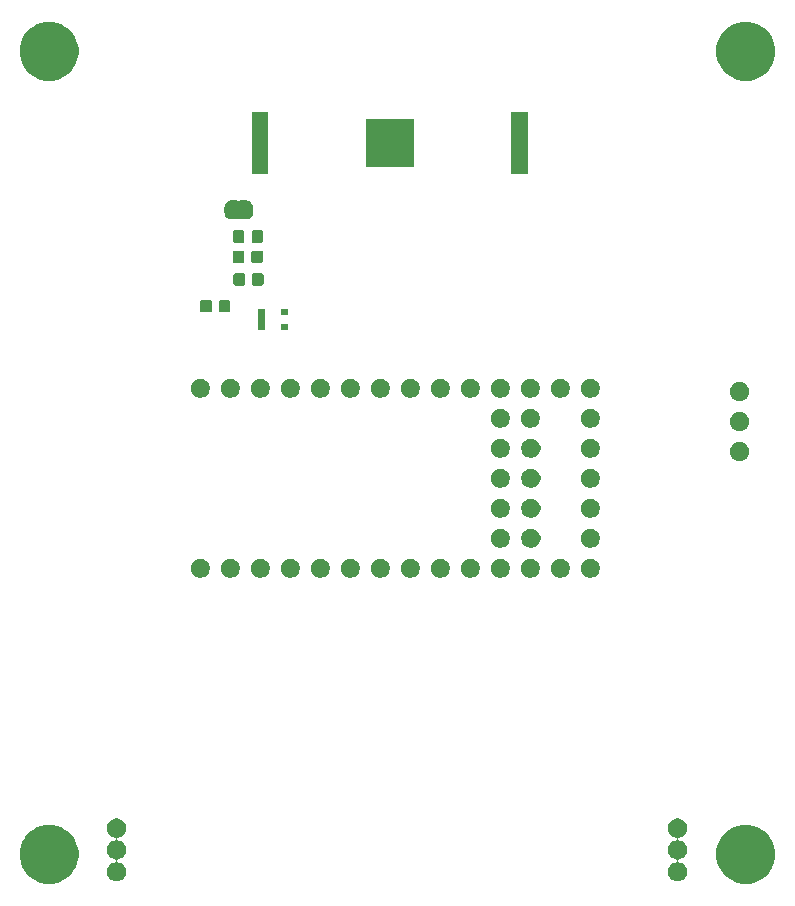
<source format=gbs>
G04 #@! TF.GenerationSoftware,KiCad,Pcbnew,(5.1.4)-1*
G04 #@! TF.CreationDate,2020-01-21T11:12:15+01:00*
G04 #@! TF.ProjectId,teensy4_header_breakout,7465656e-7379-4345-9f68-65616465725f,rev?*
G04 #@! TF.SameCoordinates,Original*
G04 #@! TF.FileFunction,Soldermask,Bot*
G04 #@! TF.FilePolarity,Negative*
%FSLAX46Y46*%
G04 Gerber Fmt 4.6, Leading zero omitted, Abs format (unit mm)*
G04 Created by KiCad (PCBNEW (5.1.4)-1) date 2020-01-21 11:12:15*
%MOMM*%
%LPD*%
G04 APERTURE LIST*
%ADD10C,0.100000*%
G04 APERTURE END LIST*
D10*
G36*
X173309312Y-140239673D02*
G01*
X173764282Y-140428128D01*
X173764284Y-140428129D01*
X173970405Y-140565855D01*
X174173746Y-140701723D01*
X174521967Y-141049944D01*
X174650446Y-141242227D01*
X174766295Y-141415606D01*
X174795562Y-141459408D01*
X174984017Y-141914378D01*
X175080090Y-142397370D01*
X175080090Y-142889830D01*
X174984017Y-143372822D01*
X174833519Y-143736155D01*
X174795561Y-143827794D01*
X174521966Y-144237257D01*
X174173747Y-144585476D01*
X173764284Y-144859071D01*
X173764283Y-144859072D01*
X173764282Y-144859072D01*
X173309312Y-145047527D01*
X172826320Y-145143600D01*
X172333860Y-145143600D01*
X171850868Y-145047527D01*
X171395898Y-144859072D01*
X171395897Y-144859072D01*
X171395896Y-144859071D01*
X170986433Y-144585476D01*
X170638214Y-144237257D01*
X170364619Y-143827794D01*
X170326661Y-143736155D01*
X170176163Y-143372822D01*
X170080090Y-142889830D01*
X170080090Y-142397370D01*
X170176163Y-141914378D01*
X170364618Y-141459408D01*
X170393886Y-141415606D01*
X170509734Y-141242227D01*
X170638213Y-141049944D01*
X170986434Y-140701723D01*
X171189775Y-140565855D01*
X171395896Y-140428129D01*
X171395898Y-140428128D01*
X171850868Y-140239673D01*
X172333860Y-140143600D01*
X172826320Y-140143600D01*
X173309312Y-140239673D01*
X173309312Y-140239673D01*
G37*
G36*
X114325902Y-140239673D02*
G01*
X114780872Y-140428128D01*
X114780874Y-140428129D01*
X114986995Y-140565855D01*
X115190336Y-140701723D01*
X115538557Y-141049944D01*
X115667036Y-141242227D01*
X115782885Y-141415606D01*
X115812152Y-141459408D01*
X116000607Y-141914378D01*
X116096680Y-142397370D01*
X116096680Y-142889830D01*
X116000607Y-143372822D01*
X115850109Y-143736155D01*
X115812151Y-143827794D01*
X115538556Y-144237257D01*
X115190337Y-144585476D01*
X114780874Y-144859071D01*
X114780873Y-144859072D01*
X114780872Y-144859072D01*
X114325902Y-145047527D01*
X113842910Y-145143600D01*
X113350450Y-145143600D01*
X112867458Y-145047527D01*
X112412488Y-144859072D01*
X112412487Y-144859072D01*
X112412486Y-144859071D01*
X112003023Y-144585476D01*
X111654804Y-144237257D01*
X111381209Y-143827794D01*
X111343251Y-143736155D01*
X111192753Y-143372822D01*
X111096680Y-142889830D01*
X111096680Y-142397370D01*
X111192753Y-141914378D01*
X111381208Y-141459408D01*
X111410476Y-141415606D01*
X111526324Y-141242227D01*
X111654803Y-141049944D01*
X112003024Y-140701723D01*
X112206365Y-140565855D01*
X112412486Y-140428129D01*
X112412488Y-140428128D01*
X112867458Y-140239673D01*
X113350450Y-140143600D01*
X113842910Y-140143600D01*
X114325902Y-140239673D01*
X114325902Y-140239673D01*
G37*
G36*
X119546985Y-139639595D02*
G01*
X119694904Y-139700865D01*
X119694905Y-139700866D01*
X119828030Y-139789817D01*
X119941243Y-139903030D01*
X119941244Y-139903032D01*
X120030195Y-140036156D01*
X120091465Y-140184075D01*
X120122700Y-140341105D01*
X120122700Y-140501215D01*
X120091465Y-140658245D01*
X120030195Y-140806164D01*
X120030194Y-140806165D01*
X119941243Y-140939290D01*
X119828030Y-141052503D01*
X119761015Y-141097281D01*
X119694904Y-141141455D01*
X119546985Y-141202725D01*
X119442224Y-141223563D01*
X119418775Y-141230676D01*
X119397164Y-141242227D01*
X119378222Y-141257772D01*
X119362677Y-141276714D01*
X119351126Y-141298325D01*
X119344013Y-141321774D01*
X119341611Y-141346160D01*
X119344013Y-141370546D01*
X119351126Y-141393995D01*
X119362677Y-141415606D01*
X119378222Y-141434548D01*
X119397164Y-141450093D01*
X119418775Y-141461644D01*
X119442224Y-141468757D01*
X119546985Y-141489595D01*
X119694904Y-141550865D01*
X119694905Y-141550866D01*
X119828030Y-141639817D01*
X119941243Y-141753030D01*
X119941244Y-141753032D01*
X120030195Y-141886156D01*
X120091465Y-142034075D01*
X120122700Y-142191105D01*
X120122700Y-142351215D01*
X120091465Y-142508245D01*
X120030195Y-142656164D01*
X120030194Y-142656165D01*
X119941243Y-142789290D01*
X119828030Y-142902503D01*
X119761015Y-142947281D01*
X119694904Y-142991455D01*
X119546985Y-143052725D01*
X119442224Y-143073563D01*
X119418775Y-143080676D01*
X119397164Y-143092227D01*
X119378222Y-143107772D01*
X119362677Y-143126714D01*
X119351126Y-143148325D01*
X119344013Y-143171774D01*
X119341611Y-143196160D01*
X119344013Y-143220546D01*
X119351126Y-143243995D01*
X119362677Y-143265606D01*
X119378222Y-143284548D01*
X119397164Y-143300093D01*
X119418775Y-143311644D01*
X119442224Y-143318757D01*
X119546985Y-143339595D01*
X119694904Y-143400865D01*
X119694905Y-143400866D01*
X119828030Y-143489817D01*
X119941243Y-143603030D01*
X119941244Y-143603032D01*
X120030195Y-143736156D01*
X120091465Y-143884075D01*
X120122700Y-144041105D01*
X120122700Y-144201215D01*
X120091465Y-144358245D01*
X120030195Y-144506164D01*
X120030194Y-144506165D01*
X119941243Y-144639290D01*
X119828030Y-144752503D01*
X119761015Y-144797281D01*
X119694904Y-144841455D01*
X119546985Y-144902725D01*
X119389955Y-144933960D01*
X119229845Y-144933960D01*
X119072815Y-144902725D01*
X118924896Y-144841455D01*
X118858785Y-144797281D01*
X118791770Y-144752503D01*
X118678557Y-144639290D01*
X118589606Y-144506165D01*
X118589605Y-144506164D01*
X118528335Y-144358245D01*
X118497100Y-144201215D01*
X118497100Y-144041105D01*
X118528335Y-143884075D01*
X118589605Y-143736156D01*
X118678556Y-143603032D01*
X118678557Y-143603030D01*
X118791770Y-143489817D01*
X118924895Y-143400866D01*
X118924896Y-143400865D01*
X119072815Y-143339595D01*
X119177576Y-143318757D01*
X119201025Y-143311644D01*
X119222636Y-143300093D01*
X119241578Y-143284548D01*
X119257123Y-143265606D01*
X119268674Y-143243995D01*
X119275787Y-143220546D01*
X119278189Y-143196160D01*
X119275787Y-143171774D01*
X119268674Y-143148325D01*
X119257123Y-143126714D01*
X119241578Y-143107772D01*
X119222636Y-143092227D01*
X119201025Y-143080676D01*
X119177576Y-143073563D01*
X119072815Y-143052725D01*
X118924896Y-142991455D01*
X118858785Y-142947281D01*
X118791770Y-142902503D01*
X118678557Y-142789290D01*
X118589606Y-142656165D01*
X118589605Y-142656164D01*
X118528335Y-142508245D01*
X118497100Y-142351215D01*
X118497100Y-142191105D01*
X118528335Y-142034075D01*
X118589605Y-141886156D01*
X118678556Y-141753032D01*
X118678557Y-141753030D01*
X118791770Y-141639817D01*
X118924895Y-141550866D01*
X118924896Y-141550865D01*
X119072815Y-141489595D01*
X119177576Y-141468757D01*
X119201025Y-141461644D01*
X119222636Y-141450093D01*
X119241578Y-141434548D01*
X119257123Y-141415606D01*
X119268674Y-141393995D01*
X119275787Y-141370546D01*
X119278189Y-141346160D01*
X119275787Y-141321774D01*
X119268674Y-141298325D01*
X119257123Y-141276714D01*
X119241578Y-141257772D01*
X119222636Y-141242227D01*
X119201025Y-141230676D01*
X119177576Y-141223563D01*
X119072815Y-141202725D01*
X118924896Y-141141455D01*
X118858785Y-141097281D01*
X118791770Y-141052503D01*
X118678557Y-140939290D01*
X118589606Y-140806165D01*
X118589605Y-140806164D01*
X118528335Y-140658245D01*
X118497100Y-140501215D01*
X118497100Y-140341105D01*
X118528335Y-140184075D01*
X118589605Y-140036156D01*
X118678556Y-139903032D01*
X118678557Y-139903030D01*
X118791770Y-139789817D01*
X118924895Y-139700866D01*
X118924896Y-139700865D01*
X119072815Y-139639595D01*
X119229845Y-139608360D01*
X119389955Y-139608360D01*
X119546985Y-139639595D01*
X119546985Y-139639595D01*
G37*
G36*
X167046985Y-139639595D02*
G01*
X167194904Y-139700865D01*
X167194905Y-139700866D01*
X167328030Y-139789817D01*
X167441243Y-139903030D01*
X167441244Y-139903032D01*
X167530195Y-140036156D01*
X167591465Y-140184075D01*
X167622700Y-140341105D01*
X167622700Y-140501215D01*
X167591465Y-140658245D01*
X167530195Y-140806164D01*
X167530194Y-140806165D01*
X167441243Y-140939290D01*
X167328030Y-141052503D01*
X167261015Y-141097281D01*
X167194904Y-141141455D01*
X167046985Y-141202725D01*
X166942224Y-141223563D01*
X166918775Y-141230676D01*
X166897164Y-141242227D01*
X166878222Y-141257772D01*
X166862677Y-141276714D01*
X166851126Y-141298325D01*
X166844013Y-141321774D01*
X166841611Y-141346160D01*
X166844013Y-141370546D01*
X166851126Y-141393995D01*
X166862677Y-141415606D01*
X166878222Y-141434548D01*
X166897164Y-141450093D01*
X166918775Y-141461644D01*
X166942224Y-141468757D01*
X167046985Y-141489595D01*
X167194904Y-141550865D01*
X167194905Y-141550866D01*
X167328030Y-141639817D01*
X167441243Y-141753030D01*
X167441244Y-141753032D01*
X167530195Y-141886156D01*
X167591465Y-142034075D01*
X167622700Y-142191105D01*
X167622700Y-142351215D01*
X167591465Y-142508245D01*
X167530195Y-142656164D01*
X167530194Y-142656165D01*
X167441243Y-142789290D01*
X167328030Y-142902503D01*
X167261015Y-142947281D01*
X167194904Y-142991455D01*
X167046985Y-143052725D01*
X166942224Y-143073563D01*
X166918775Y-143080676D01*
X166897164Y-143092227D01*
X166878222Y-143107772D01*
X166862677Y-143126714D01*
X166851126Y-143148325D01*
X166844013Y-143171774D01*
X166841611Y-143196160D01*
X166844013Y-143220546D01*
X166851126Y-143243995D01*
X166862677Y-143265606D01*
X166878222Y-143284548D01*
X166897164Y-143300093D01*
X166918775Y-143311644D01*
X166942224Y-143318757D01*
X167046985Y-143339595D01*
X167194904Y-143400865D01*
X167194905Y-143400866D01*
X167328030Y-143489817D01*
X167441243Y-143603030D01*
X167441244Y-143603032D01*
X167530195Y-143736156D01*
X167591465Y-143884075D01*
X167622700Y-144041105D01*
X167622700Y-144201215D01*
X167591465Y-144358245D01*
X167530195Y-144506164D01*
X167530194Y-144506165D01*
X167441243Y-144639290D01*
X167328030Y-144752503D01*
X167261015Y-144797281D01*
X167194904Y-144841455D01*
X167046985Y-144902725D01*
X166889955Y-144933960D01*
X166729845Y-144933960D01*
X166572815Y-144902725D01*
X166424896Y-144841455D01*
X166358785Y-144797281D01*
X166291770Y-144752503D01*
X166178557Y-144639290D01*
X166089606Y-144506165D01*
X166089605Y-144506164D01*
X166028335Y-144358245D01*
X165997100Y-144201215D01*
X165997100Y-144041105D01*
X166028335Y-143884075D01*
X166089605Y-143736156D01*
X166178556Y-143603032D01*
X166178557Y-143603030D01*
X166291770Y-143489817D01*
X166424895Y-143400866D01*
X166424896Y-143400865D01*
X166572815Y-143339595D01*
X166677576Y-143318757D01*
X166701025Y-143311644D01*
X166722636Y-143300093D01*
X166741578Y-143284548D01*
X166757123Y-143265606D01*
X166768674Y-143243995D01*
X166775787Y-143220546D01*
X166778189Y-143196160D01*
X166775787Y-143171774D01*
X166768674Y-143148325D01*
X166757123Y-143126714D01*
X166741578Y-143107772D01*
X166722636Y-143092227D01*
X166701025Y-143080676D01*
X166677576Y-143073563D01*
X166572815Y-143052725D01*
X166424896Y-142991455D01*
X166358785Y-142947281D01*
X166291770Y-142902503D01*
X166178557Y-142789290D01*
X166089606Y-142656165D01*
X166089605Y-142656164D01*
X166028335Y-142508245D01*
X165997100Y-142351215D01*
X165997100Y-142191105D01*
X166028335Y-142034075D01*
X166089605Y-141886156D01*
X166178556Y-141753032D01*
X166178557Y-141753030D01*
X166291770Y-141639817D01*
X166424895Y-141550866D01*
X166424896Y-141550865D01*
X166572815Y-141489595D01*
X166677576Y-141468757D01*
X166701025Y-141461644D01*
X166722636Y-141450093D01*
X166741578Y-141434548D01*
X166757123Y-141415606D01*
X166768674Y-141393995D01*
X166775787Y-141370546D01*
X166778189Y-141346160D01*
X166775787Y-141321774D01*
X166768674Y-141298325D01*
X166757123Y-141276714D01*
X166741578Y-141257772D01*
X166722636Y-141242227D01*
X166701025Y-141230676D01*
X166677576Y-141223563D01*
X166572815Y-141202725D01*
X166424896Y-141141455D01*
X166358785Y-141097281D01*
X166291770Y-141052503D01*
X166178557Y-140939290D01*
X166089606Y-140806165D01*
X166089605Y-140806164D01*
X166028335Y-140658245D01*
X165997100Y-140501215D01*
X165997100Y-140341105D01*
X166028335Y-140184075D01*
X166089605Y-140036156D01*
X166178556Y-139903032D01*
X166178557Y-139903030D01*
X166291770Y-139789817D01*
X166424895Y-139700866D01*
X166424896Y-139700865D01*
X166572815Y-139639595D01*
X166729845Y-139608360D01*
X166889955Y-139608360D01*
X167046985Y-139639595D01*
X167046985Y-139639595D01*
G37*
G36*
X144412565Y-117640855D02*
G01*
X144560484Y-117702125D01*
X144560485Y-117702126D01*
X144693610Y-117791077D01*
X144806823Y-117904290D01*
X144806824Y-117904292D01*
X144895775Y-118037416D01*
X144957045Y-118185335D01*
X144988280Y-118342365D01*
X144988280Y-118502475D01*
X144957045Y-118659505D01*
X144895775Y-118807424D01*
X144895774Y-118807425D01*
X144806823Y-118940550D01*
X144693610Y-119053763D01*
X144626595Y-119098541D01*
X144560484Y-119142715D01*
X144412565Y-119203985D01*
X144255535Y-119235220D01*
X144095425Y-119235220D01*
X143938395Y-119203985D01*
X143790476Y-119142715D01*
X143724365Y-119098541D01*
X143657350Y-119053763D01*
X143544137Y-118940550D01*
X143455186Y-118807425D01*
X143455185Y-118807424D01*
X143393915Y-118659505D01*
X143362680Y-118502475D01*
X143362680Y-118342365D01*
X143393915Y-118185335D01*
X143455185Y-118037416D01*
X143544136Y-117904292D01*
X143544137Y-117904290D01*
X143657350Y-117791077D01*
X143790475Y-117702126D01*
X143790476Y-117702125D01*
X143938395Y-117640855D01*
X144095425Y-117609620D01*
X144255535Y-117609620D01*
X144412565Y-117640855D01*
X144412565Y-117640855D01*
G37*
G36*
X141872565Y-117640855D02*
G01*
X142020484Y-117702125D01*
X142020485Y-117702126D01*
X142153610Y-117791077D01*
X142266823Y-117904290D01*
X142266824Y-117904292D01*
X142355775Y-118037416D01*
X142417045Y-118185335D01*
X142448280Y-118342365D01*
X142448280Y-118502475D01*
X142417045Y-118659505D01*
X142355775Y-118807424D01*
X142355774Y-118807425D01*
X142266823Y-118940550D01*
X142153610Y-119053763D01*
X142086595Y-119098541D01*
X142020484Y-119142715D01*
X141872565Y-119203985D01*
X141715535Y-119235220D01*
X141555425Y-119235220D01*
X141398395Y-119203985D01*
X141250476Y-119142715D01*
X141184365Y-119098541D01*
X141117350Y-119053763D01*
X141004137Y-118940550D01*
X140915186Y-118807425D01*
X140915185Y-118807424D01*
X140853915Y-118659505D01*
X140822680Y-118502475D01*
X140822680Y-118342365D01*
X140853915Y-118185335D01*
X140915185Y-118037416D01*
X141004136Y-117904292D01*
X141004137Y-117904290D01*
X141117350Y-117791077D01*
X141250475Y-117702126D01*
X141250476Y-117702125D01*
X141398395Y-117640855D01*
X141555425Y-117609620D01*
X141715535Y-117609620D01*
X141872565Y-117640855D01*
X141872565Y-117640855D01*
G37*
G36*
X152032565Y-117640855D02*
G01*
X152180484Y-117702125D01*
X152180485Y-117702126D01*
X152313610Y-117791077D01*
X152426823Y-117904290D01*
X152426824Y-117904292D01*
X152515775Y-118037416D01*
X152577045Y-118185335D01*
X152608280Y-118342365D01*
X152608280Y-118502475D01*
X152577045Y-118659505D01*
X152515775Y-118807424D01*
X152515774Y-118807425D01*
X152426823Y-118940550D01*
X152313610Y-119053763D01*
X152246595Y-119098541D01*
X152180484Y-119142715D01*
X152032565Y-119203985D01*
X151875535Y-119235220D01*
X151715425Y-119235220D01*
X151558395Y-119203985D01*
X151410476Y-119142715D01*
X151344365Y-119098541D01*
X151277350Y-119053763D01*
X151164137Y-118940550D01*
X151075186Y-118807425D01*
X151075185Y-118807424D01*
X151013915Y-118659505D01*
X150982680Y-118502475D01*
X150982680Y-118342365D01*
X151013915Y-118185335D01*
X151075185Y-118037416D01*
X151164136Y-117904292D01*
X151164137Y-117904290D01*
X151277350Y-117791077D01*
X151410475Y-117702126D01*
X151410476Y-117702125D01*
X151558395Y-117640855D01*
X151715425Y-117609620D01*
X151875535Y-117609620D01*
X152032565Y-117640855D01*
X152032565Y-117640855D01*
G37*
G36*
X149492565Y-117640855D02*
G01*
X149640484Y-117702125D01*
X149640485Y-117702126D01*
X149773610Y-117791077D01*
X149886823Y-117904290D01*
X149886824Y-117904292D01*
X149975775Y-118037416D01*
X150037045Y-118185335D01*
X150068280Y-118342365D01*
X150068280Y-118502475D01*
X150037045Y-118659505D01*
X149975775Y-118807424D01*
X149975774Y-118807425D01*
X149886823Y-118940550D01*
X149773610Y-119053763D01*
X149706595Y-119098541D01*
X149640484Y-119142715D01*
X149492565Y-119203985D01*
X149335535Y-119235220D01*
X149175425Y-119235220D01*
X149018395Y-119203985D01*
X148870476Y-119142715D01*
X148804365Y-119098541D01*
X148737350Y-119053763D01*
X148624137Y-118940550D01*
X148535186Y-118807425D01*
X148535185Y-118807424D01*
X148473915Y-118659505D01*
X148442680Y-118502475D01*
X148442680Y-118342365D01*
X148473915Y-118185335D01*
X148535185Y-118037416D01*
X148624136Y-117904292D01*
X148624137Y-117904290D01*
X148737350Y-117791077D01*
X148870475Y-117702126D01*
X148870476Y-117702125D01*
X149018395Y-117640855D01*
X149175425Y-117609620D01*
X149335535Y-117609620D01*
X149492565Y-117640855D01*
X149492565Y-117640855D01*
G37*
G36*
X146952565Y-117640855D02*
G01*
X147100484Y-117702125D01*
X147100485Y-117702126D01*
X147233610Y-117791077D01*
X147346823Y-117904290D01*
X147346824Y-117904292D01*
X147435775Y-118037416D01*
X147497045Y-118185335D01*
X147528280Y-118342365D01*
X147528280Y-118502475D01*
X147497045Y-118659505D01*
X147435775Y-118807424D01*
X147435774Y-118807425D01*
X147346823Y-118940550D01*
X147233610Y-119053763D01*
X147166595Y-119098541D01*
X147100484Y-119142715D01*
X146952565Y-119203985D01*
X146795535Y-119235220D01*
X146635425Y-119235220D01*
X146478395Y-119203985D01*
X146330476Y-119142715D01*
X146264365Y-119098541D01*
X146197350Y-119053763D01*
X146084137Y-118940550D01*
X145995186Y-118807425D01*
X145995185Y-118807424D01*
X145933915Y-118659505D01*
X145902680Y-118502475D01*
X145902680Y-118342365D01*
X145933915Y-118185335D01*
X145995185Y-118037416D01*
X146084136Y-117904292D01*
X146084137Y-117904290D01*
X146197350Y-117791077D01*
X146330475Y-117702126D01*
X146330476Y-117702125D01*
X146478395Y-117640855D01*
X146635425Y-117609620D01*
X146795535Y-117609620D01*
X146952565Y-117640855D01*
X146952565Y-117640855D01*
G37*
G36*
X139332565Y-117640855D02*
G01*
X139480484Y-117702125D01*
X139480485Y-117702126D01*
X139613610Y-117791077D01*
X139726823Y-117904290D01*
X139726824Y-117904292D01*
X139815775Y-118037416D01*
X139877045Y-118185335D01*
X139908280Y-118342365D01*
X139908280Y-118502475D01*
X139877045Y-118659505D01*
X139815775Y-118807424D01*
X139815774Y-118807425D01*
X139726823Y-118940550D01*
X139613610Y-119053763D01*
X139546595Y-119098541D01*
X139480484Y-119142715D01*
X139332565Y-119203985D01*
X139175535Y-119235220D01*
X139015425Y-119235220D01*
X138858395Y-119203985D01*
X138710476Y-119142715D01*
X138644365Y-119098541D01*
X138577350Y-119053763D01*
X138464137Y-118940550D01*
X138375186Y-118807425D01*
X138375185Y-118807424D01*
X138313915Y-118659505D01*
X138282680Y-118502475D01*
X138282680Y-118342365D01*
X138313915Y-118185335D01*
X138375185Y-118037416D01*
X138464136Y-117904292D01*
X138464137Y-117904290D01*
X138577350Y-117791077D01*
X138710475Y-117702126D01*
X138710476Y-117702125D01*
X138858395Y-117640855D01*
X139015425Y-117609620D01*
X139175535Y-117609620D01*
X139332565Y-117640855D01*
X139332565Y-117640855D01*
G37*
G36*
X136792565Y-117640855D02*
G01*
X136940484Y-117702125D01*
X136940485Y-117702126D01*
X137073610Y-117791077D01*
X137186823Y-117904290D01*
X137186824Y-117904292D01*
X137275775Y-118037416D01*
X137337045Y-118185335D01*
X137368280Y-118342365D01*
X137368280Y-118502475D01*
X137337045Y-118659505D01*
X137275775Y-118807424D01*
X137275774Y-118807425D01*
X137186823Y-118940550D01*
X137073610Y-119053763D01*
X137006595Y-119098541D01*
X136940484Y-119142715D01*
X136792565Y-119203985D01*
X136635535Y-119235220D01*
X136475425Y-119235220D01*
X136318395Y-119203985D01*
X136170476Y-119142715D01*
X136104365Y-119098541D01*
X136037350Y-119053763D01*
X135924137Y-118940550D01*
X135835186Y-118807425D01*
X135835185Y-118807424D01*
X135773915Y-118659505D01*
X135742680Y-118502475D01*
X135742680Y-118342365D01*
X135773915Y-118185335D01*
X135835185Y-118037416D01*
X135924136Y-117904292D01*
X135924137Y-117904290D01*
X136037350Y-117791077D01*
X136170475Y-117702126D01*
X136170476Y-117702125D01*
X136318395Y-117640855D01*
X136475425Y-117609620D01*
X136635535Y-117609620D01*
X136792565Y-117640855D01*
X136792565Y-117640855D01*
G37*
G36*
X131712565Y-117640855D02*
G01*
X131860484Y-117702125D01*
X131860485Y-117702126D01*
X131993610Y-117791077D01*
X132106823Y-117904290D01*
X132106824Y-117904292D01*
X132195775Y-118037416D01*
X132257045Y-118185335D01*
X132288280Y-118342365D01*
X132288280Y-118502475D01*
X132257045Y-118659505D01*
X132195775Y-118807424D01*
X132195774Y-118807425D01*
X132106823Y-118940550D01*
X131993610Y-119053763D01*
X131926595Y-119098541D01*
X131860484Y-119142715D01*
X131712565Y-119203985D01*
X131555535Y-119235220D01*
X131395425Y-119235220D01*
X131238395Y-119203985D01*
X131090476Y-119142715D01*
X131024365Y-119098541D01*
X130957350Y-119053763D01*
X130844137Y-118940550D01*
X130755186Y-118807425D01*
X130755185Y-118807424D01*
X130693915Y-118659505D01*
X130662680Y-118502475D01*
X130662680Y-118342365D01*
X130693915Y-118185335D01*
X130755185Y-118037416D01*
X130844136Y-117904292D01*
X130844137Y-117904290D01*
X130957350Y-117791077D01*
X131090475Y-117702126D01*
X131090476Y-117702125D01*
X131238395Y-117640855D01*
X131395425Y-117609620D01*
X131555535Y-117609620D01*
X131712565Y-117640855D01*
X131712565Y-117640855D01*
G37*
G36*
X129172565Y-117640855D02*
G01*
X129320484Y-117702125D01*
X129320485Y-117702126D01*
X129453610Y-117791077D01*
X129566823Y-117904290D01*
X129566824Y-117904292D01*
X129655775Y-118037416D01*
X129717045Y-118185335D01*
X129748280Y-118342365D01*
X129748280Y-118502475D01*
X129717045Y-118659505D01*
X129655775Y-118807424D01*
X129655774Y-118807425D01*
X129566823Y-118940550D01*
X129453610Y-119053763D01*
X129386595Y-119098541D01*
X129320484Y-119142715D01*
X129172565Y-119203985D01*
X129015535Y-119235220D01*
X128855425Y-119235220D01*
X128698395Y-119203985D01*
X128550476Y-119142715D01*
X128484365Y-119098541D01*
X128417350Y-119053763D01*
X128304137Y-118940550D01*
X128215186Y-118807425D01*
X128215185Y-118807424D01*
X128153915Y-118659505D01*
X128122680Y-118502475D01*
X128122680Y-118342365D01*
X128153915Y-118185335D01*
X128215185Y-118037416D01*
X128304136Y-117904292D01*
X128304137Y-117904290D01*
X128417350Y-117791077D01*
X128550475Y-117702126D01*
X128550476Y-117702125D01*
X128698395Y-117640855D01*
X128855425Y-117609620D01*
X129015535Y-117609620D01*
X129172565Y-117640855D01*
X129172565Y-117640855D01*
G37*
G36*
X126632565Y-117640855D02*
G01*
X126780484Y-117702125D01*
X126780485Y-117702126D01*
X126913610Y-117791077D01*
X127026823Y-117904290D01*
X127026824Y-117904292D01*
X127115775Y-118037416D01*
X127177045Y-118185335D01*
X127208280Y-118342365D01*
X127208280Y-118502475D01*
X127177045Y-118659505D01*
X127115775Y-118807424D01*
X127115774Y-118807425D01*
X127026823Y-118940550D01*
X126913610Y-119053763D01*
X126846595Y-119098541D01*
X126780484Y-119142715D01*
X126632565Y-119203985D01*
X126475535Y-119235220D01*
X126315425Y-119235220D01*
X126158395Y-119203985D01*
X126010476Y-119142715D01*
X125944365Y-119098541D01*
X125877350Y-119053763D01*
X125764137Y-118940550D01*
X125675186Y-118807425D01*
X125675185Y-118807424D01*
X125613915Y-118659505D01*
X125582680Y-118502475D01*
X125582680Y-118342365D01*
X125613915Y-118185335D01*
X125675185Y-118037416D01*
X125764136Y-117904292D01*
X125764137Y-117904290D01*
X125877350Y-117791077D01*
X126010475Y-117702126D01*
X126010476Y-117702125D01*
X126158395Y-117640855D01*
X126315425Y-117609620D01*
X126475535Y-117609620D01*
X126632565Y-117640855D01*
X126632565Y-117640855D01*
G37*
G36*
X157112565Y-117640855D02*
G01*
X157260484Y-117702125D01*
X157260485Y-117702126D01*
X157393610Y-117791077D01*
X157506823Y-117904290D01*
X157506824Y-117904292D01*
X157595775Y-118037416D01*
X157657045Y-118185335D01*
X157688280Y-118342365D01*
X157688280Y-118502475D01*
X157657045Y-118659505D01*
X157595775Y-118807424D01*
X157595774Y-118807425D01*
X157506823Y-118940550D01*
X157393610Y-119053763D01*
X157326595Y-119098541D01*
X157260484Y-119142715D01*
X157112565Y-119203985D01*
X156955535Y-119235220D01*
X156795425Y-119235220D01*
X156638395Y-119203985D01*
X156490476Y-119142715D01*
X156424365Y-119098541D01*
X156357350Y-119053763D01*
X156244137Y-118940550D01*
X156155186Y-118807425D01*
X156155185Y-118807424D01*
X156093915Y-118659505D01*
X156062680Y-118502475D01*
X156062680Y-118342365D01*
X156093915Y-118185335D01*
X156155185Y-118037416D01*
X156244136Y-117904292D01*
X156244137Y-117904290D01*
X156357350Y-117791077D01*
X156490475Y-117702126D01*
X156490476Y-117702125D01*
X156638395Y-117640855D01*
X156795425Y-117609620D01*
X156955535Y-117609620D01*
X157112565Y-117640855D01*
X157112565Y-117640855D01*
G37*
G36*
X159652565Y-117640855D02*
G01*
X159800484Y-117702125D01*
X159800485Y-117702126D01*
X159933610Y-117791077D01*
X160046823Y-117904290D01*
X160046824Y-117904292D01*
X160135775Y-118037416D01*
X160197045Y-118185335D01*
X160228280Y-118342365D01*
X160228280Y-118502475D01*
X160197045Y-118659505D01*
X160135775Y-118807424D01*
X160135774Y-118807425D01*
X160046823Y-118940550D01*
X159933610Y-119053763D01*
X159866595Y-119098541D01*
X159800484Y-119142715D01*
X159652565Y-119203985D01*
X159495535Y-119235220D01*
X159335425Y-119235220D01*
X159178395Y-119203985D01*
X159030476Y-119142715D01*
X158964365Y-119098541D01*
X158897350Y-119053763D01*
X158784137Y-118940550D01*
X158695186Y-118807425D01*
X158695185Y-118807424D01*
X158633915Y-118659505D01*
X158602680Y-118502475D01*
X158602680Y-118342365D01*
X158633915Y-118185335D01*
X158695185Y-118037416D01*
X158784136Y-117904292D01*
X158784137Y-117904290D01*
X158897350Y-117791077D01*
X159030475Y-117702126D01*
X159030476Y-117702125D01*
X159178395Y-117640855D01*
X159335425Y-117609620D01*
X159495535Y-117609620D01*
X159652565Y-117640855D01*
X159652565Y-117640855D01*
G37*
G36*
X154572565Y-117640855D02*
G01*
X154720484Y-117702125D01*
X154720485Y-117702126D01*
X154853610Y-117791077D01*
X154966823Y-117904290D01*
X154966824Y-117904292D01*
X155055775Y-118037416D01*
X155117045Y-118185335D01*
X155148280Y-118342365D01*
X155148280Y-118502475D01*
X155117045Y-118659505D01*
X155055775Y-118807424D01*
X155055774Y-118807425D01*
X154966823Y-118940550D01*
X154853610Y-119053763D01*
X154786595Y-119098541D01*
X154720484Y-119142715D01*
X154572565Y-119203985D01*
X154415535Y-119235220D01*
X154255425Y-119235220D01*
X154098395Y-119203985D01*
X153950476Y-119142715D01*
X153884365Y-119098541D01*
X153817350Y-119053763D01*
X153704137Y-118940550D01*
X153615186Y-118807425D01*
X153615185Y-118807424D01*
X153553915Y-118659505D01*
X153522680Y-118502475D01*
X153522680Y-118342365D01*
X153553915Y-118185335D01*
X153615185Y-118037416D01*
X153704136Y-117904292D01*
X153704137Y-117904290D01*
X153817350Y-117791077D01*
X153950475Y-117702126D01*
X153950476Y-117702125D01*
X154098395Y-117640855D01*
X154255425Y-117609620D01*
X154415535Y-117609620D01*
X154572565Y-117640855D01*
X154572565Y-117640855D01*
G37*
G36*
X134252565Y-117640855D02*
G01*
X134400484Y-117702125D01*
X134400485Y-117702126D01*
X134533610Y-117791077D01*
X134646823Y-117904290D01*
X134646824Y-117904292D01*
X134735775Y-118037416D01*
X134797045Y-118185335D01*
X134828280Y-118342365D01*
X134828280Y-118502475D01*
X134797045Y-118659505D01*
X134735775Y-118807424D01*
X134735774Y-118807425D01*
X134646823Y-118940550D01*
X134533610Y-119053763D01*
X134466595Y-119098541D01*
X134400484Y-119142715D01*
X134252565Y-119203985D01*
X134095535Y-119235220D01*
X133935425Y-119235220D01*
X133778395Y-119203985D01*
X133630476Y-119142715D01*
X133564365Y-119098541D01*
X133497350Y-119053763D01*
X133384137Y-118940550D01*
X133295186Y-118807425D01*
X133295185Y-118807424D01*
X133233915Y-118659505D01*
X133202680Y-118502475D01*
X133202680Y-118342365D01*
X133233915Y-118185335D01*
X133295185Y-118037416D01*
X133384136Y-117904292D01*
X133384137Y-117904290D01*
X133497350Y-117791077D01*
X133630475Y-117702126D01*
X133630476Y-117702125D01*
X133778395Y-117640855D01*
X133935425Y-117609620D01*
X134095535Y-117609620D01*
X134252565Y-117640855D01*
X134252565Y-117640855D01*
G37*
G36*
X152032565Y-115100855D02*
G01*
X152180484Y-115162125D01*
X152180485Y-115162126D01*
X152313610Y-115251077D01*
X152426823Y-115364290D01*
X152426824Y-115364292D01*
X152515775Y-115497416D01*
X152577045Y-115645335D01*
X152608280Y-115802365D01*
X152608280Y-115962475D01*
X152577045Y-116119505D01*
X152515775Y-116267424D01*
X152515774Y-116267425D01*
X152426823Y-116400550D01*
X152313610Y-116513763D01*
X152246595Y-116558541D01*
X152180484Y-116602715D01*
X152032565Y-116663985D01*
X151875535Y-116695220D01*
X151715425Y-116695220D01*
X151558395Y-116663985D01*
X151410476Y-116602715D01*
X151344365Y-116558541D01*
X151277350Y-116513763D01*
X151164137Y-116400550D01*
X151075186Y-116267425D01*
X151075185Y-116267424D01*
X151013915Y-116119505D01*
X150982680Y-115962475D01*
X150982680Y-115802365D01*
X151013915Y-115645335D01*
X151075185Y-115497416D01*
X151164136Y-115364292D01*
X151164137Y-115364290D01*
X151277350Y-115251077D01*
X151410475Y-115162126D01*
X151410476Y-115162125D01*
X151558395Y-115100855D01*
X151715425Y-115069620D01*
X151875535Y-115069620D01*
X152032565Y-115100855D01*
X152032565Y-115100855D01*
G37*
G36*
X159652565Y-115100855D02*
G01*
X159800484Y-115162125D01*
X159800485Y-115162126D01*
X159933610Y-115251077D01*
X160046823Y-115364290D01*
X160046824Y-115364292D01*
X160135775Y-115497416D01*
X160197045Y-115645335D01*
X160228280Y-115802365D01*
X160228280Y-115962475D01*
X160197045Y-116119505D01*
X160135775Y-116267424D01*
X160135774Y-116267425D01*
X160046823Y-116400550D01*
X159933610Y-116513763D01*
X159866595Y-116558541D01*
X159800484Y-116602715D01*
X159652565Y-116663985D01*
X159495535Y-116695220D01*
X159335425Y-116695220D01*
X159178395Y-116663985D01*
X159030476Y-116602715D01*
X158964365Y-116558541D01*
X158897350Y-116513763D01*
X158784137Y-116400550D01*
X158695186Y-116267425D01*
X158695185Y-116267424D01*
X158633915Y-116119505D01*
X158602680Y-115962475D01*
X158602680Y-115802365D01*
X158633915Y-115645335D01*
X158695185Y-115497416D01*
X158784136Y-115364292D01*
X158784137Y-115364290D01*
X158897350Y-115251077D01*
X159030475Y-115162126D01*
X159030476Y-115162125D01*
X159178395Y-115100855D01*
X159335425Y-115069620D01*
X159495535Y-115069620D01*
X159652565Y-115100855D01*
X159652565Y-115100855D01*
G37*
G36*
X154632565Y-115100855D02*
G01*
X154780484Y-115162125D01*
X154780485Y-115162126D01*
X154913610Y-115251077D01*
X155026823Y-115364290D01*
X155026824Y-115364292D01*
X155115775Y-115497416D01*
X155177045Y-115645335D01*
X155208280Y-115802365D01*
X155208280Y-115962475D01*
X155177045Y-116119505D01*
X155115775Y-116267424D01*
X155115774Y-116267425D01*
X155026823Y-116400550D01*
X154913610Y-116513763D01*
X154846595Y-116558541D01*
X154780484Y-116602715D01*
X154632565Y-116663985D01*
X154475535Y-116695220D01*
X154315425Y-116695220D01*
X154158395Y-116663985D01*
X154010476Y-116602715D01*
X153944365Y-116558541D01*
X153877350Y-116513763D01*
X153764137Y-116400550D01*
X153675186Y-116267425D01*
X153675185Y-116267424D01*
X153613915Y-116119505D01*
X153582680Y-115962475D01*
X153582680Y-115802365D01*
X153613915Y-115645335D01*
X153675185Y-115497416D01*
X153764136Y-115364292D01*
X153764137Y-115364290D01*
X153877350Y-115251077D01*
X154010475Y-115162126D01*
X154010476Y-115162125D01*
X154158395Y-115100855D01*
X154315425Y-115069620D01*
X154475535Y-115069620D01*
X154632565Y-115100855D01*
X154632565Y-115100855D01*
G37*
G36*
X152032565Y-112560855D02*
G01*
X152180484Y-112622125D01*
X152180485Y-112622126D01*
X152313610Y-112711077D01*
X152426823Y-112824290D01*
X152426824Y-112824292D01*
X152515775Y-112957416D01*
X152577045Y-113105335D01*
X152608280Y-113262365D01*
X152608280Y-113422475D01*
X152577045Y-113579505D01*
X152515775Y-113727424D01*
X152515774Y-113727425D01*
X152426823Y-113860550D01*
X152313610Y-113973763D01*
X152246595Y-114018541D01*
X152180484Y-114062715D01*
X152032565Y-114123985D01*
X151875535Y-114155220D01*
X151715425Y-114155220D01*
X151558395Y-114123985D01*
X151410476Y-114062715D01*
X151344365Y-114018541D01*
X151277350Y-113973763D01*
X151164137Y-113860550D01*
X151075186Y-113727425D01*
X151075185Y-113727424D01*
X151013915Y-113579505D01*
X150982680Y-113422475D01*
X150982680Y-113262365D01*
X151013915Y-113105335D01*
X151075185Y-112957416D01*
X151164136Y-112824292D01*
X151164137Y-112824290D01*
X151277350Y-112711077D01*
X151410475Y-112622126D01*
X151410476Y-112622125D01*
X151558395Y-112560855D01*
X151715425Y-112529620D01*
X151875535Y-112529620D01*
X152032565Y-112560855D01*
X152032565Y-112560855D01*
G37*
G36*
X159652565Y-112560855D02*
G01*
X159800484Y-112622125D01*
X159800485Y-112622126D01*
X159933610Y-112711077D01*
X160046823Y-112824290D01*
X160046824Y-112824292D01*
X160135775Y-112957416D01*
X160197045Y-113105335D01*
X160228280Y-113262365D01*
X160228280Y-113422475D01*
X160197045Y-113579505D01*
X160135775Y-113727424D01*
X160135774Y-113727425D01*
X160046823Y-113860550D01*
X159933610Y-113973763D01*
X159866595Y-114018541D01*
X159800484Y-114062715D01*
X159652565Y-114123985D01*
X159495535Y-114155220D01*
X159335425Y-114155220D01*
X159178395Y-114123985D01*
X159030476Y-114062715D01*
X158964365Y-114018541D01*
X158897350Y-113973763D01*
X158784137Y-113860550D01*
X158695186Y-113727425D01*
X158695185Y-113727424D01*
X158633915Y-113579505D01*
X158602680Y-113422475D01*
X158602680Y-113262365D01*
X158633915Y-113105335D01*
X158695185Y-112957416D01*
X158784136Y-112824292D01*
X158784137Y-112824290D01*
X158897350Y-112711077D01*
X159030475Y-112622126D01*
X159030476Y-112622125D01*
X159178395Y-112560855D01*
X159335425Y-112529620D01*
X159495535Y-112529620D01*
X159652565Y-112560855D01*
X159652565Y-112560855D01*
G37*
G36*
X154632565Y-112560855D02*
G01*
X154780484Y-112622125D01*
X154780485Y-112622126D01*
X154913610Y-112711077D01*
X155026823Y-112824290D01*
X155026824Y-112824292D01*
X155115775Y-112957416D01*
X155177045Y-113105335D01*
X155208280Y-113262365D01*
X155208280Y-113422475D01*
X155177045Y-113579505D01*
X155115775Y-113727424D01*
X155115774Y-113727425D01*
X155026823Y-113860550D01*
X154913610Y-113973763D01*
X154846595Y-114018541D01*
X154780484Y-114062715D01*
X154632565Y-114123985D01*
X154475535Y-114155220D01*
X154315425Y-114155220D01*
X154158395Y-114123985D01*
X154010476Y-114062715D01*
X153944365Y-114018541D01*
X153877350Y-113973763D01*
X153764137Y-113860550D01*
X153675186Y-113727425D01*
X153675185Y-113727424D01*
X153613915Y-113579505D01*
X153582680Y-113422475D01*
X153582680Y-113262365D01*
X153613915Y-113105335D01*
X153675185Y-112957416D01*
X153764136Y-112824292D01*
X153764137Y-112824290D01*
X153877350Y-112711077D01*
X154010475Y-112622126D01*
X154010476Y-112622125D01*
X154158395Y-112560855D01*
X154315425Y-112529620D01*
X154475535Y-112529620D01*
X154632565Y-112560855D01*
X154632565Y-112560855D01*
G37*
G36*
X154632565Y-110020855D02*
G01*
X154780484Y-110082125D01*
X154780485Y-110082126D01*
X154913610Y-110171077D01*
X155026823Y-110284290D01*
X155026824Y-110284292D01*
X155115775Y-110417416D01*
X155177045Y-110565335D01*
X155208280Y-110722365D01*
X155208280Y-110882475D01*
X155177045Y-111039505D01*
X155115775Y-111187424D01*
X155115774Y-111187425D01*
X155026823Y-111320550D01*
X154913610Y-111433763D01*
X154846595Y-111478541D01*
X154780484Y-111522715D01*
X154632565Y-111583985D01*
X154475535Y-111615220D01*
X154315425Y-111615220D01*
X154158395Y-111583985D01*
X154010476Y-111522715D01*
X153944365Y-111478541D01*
X153877350Y-111433763D01*
X153764137Y-111320550D01*
X153675186Y-111187425D01*
X153675185Y-111187424D01*
X153613915Y-111039505D01*
X153582680Y-110882475D01*
X153582680Y-110722365D01*
X153613915Y-110565335D01*
X153675185Y-110417416D01*
X153764136Y-110284292D01*
X153764137Y-110284290D01*
X153877350Y-110171077D01*
X154010475Y-110082126D01*
X154010476Y-110082125D01*
X154158395Y-110020855D01*
X154315425Y-109989620D01*
X154475535Y-109989620D01*
X154632565Y-110020855D01*
X154632565Y-110020855D01*
G37*
G36*
X159652565Y-110020855D02*
G01*
X159800484Y-110082125D01*
X159800485Y-110082126D01*
X159933610Y-110171077D01*
X160046823Y-110284290D01*
X160046824Y-110284292D01*
X160135775Y-110417416D01*
X160197045Y-110565335D01*
X160228280Y-110722365D01*
X160228280Y-110882475D01*
X160197045Y-111039505D01*
X160135775Y-111187424D01*
X160135774Y-111187425D01*
X160046823Y-111320550D01*
X159933610Y-111433763D01*
X159866595Y-111478541D01*
X159800484Y-111522715D01*
X159652565Y-111583985D01*
X159495535Y-111615220D01*
X159335425Y-111615220D01*
X159178395Y-111583985D01*
X159030476Y-111522715D01*
X158964365Y-111478541D01*
X158897350Y-111433763D01*
X158784137Y-111320550D01*
X158695186Y-111187425D01*
X158695185Y-111187424D01*
X158633915Y-111039505D01*
X158602680Y-110882475D01*
X158602680Y-110722365D01*
X158633915Y-110565335D01*
X158695185Y-110417416D01*
X158784136Y-110284292D01*
X158784137Y-110284290D01*
X158897350Y-110171077D01*
X159030475Y-110082126D01*
X159030476Y-110082125D01*
X159178395Y-110020855D01*
X159335425Y-109989620D01*
X159495535Y-109989620D01*
X159652565Y-110020855D01*
X159652565Y-110020855D01*
G37*
G36*
X152032565Y-110020855D02*
G01*
X152180484Y-110082125D01*
X152180485Y-110082126D01*
X152313610Y-110171077D01*
X152426823Y-110284290D01*
X152426824Y-110284292D01*
X152515775Y-110417416D01*
X152577045Y-110565335D01*
X152608280Y-110722365D01*
X152608280Y-110882475D01*
X152577045Y-111039505D01*
X152515775Y-111187424D01*
X152515774Y-111187425D01*
X152426823Y-111320550D01*
X152313610Y-111433763D01*
X152246595Y-111478541D01*
X152180484Y-111522715D01*
X152032565Y-111583985D01*
X151875535Y-111615220D01*
X151715425Y-111615220D01*
X151558395Y-111583985D01*
X151410476Y-111522715D01*
X151344365Y-111478541D01*
X151277350Y-111433763D01*
X151164137Y-111320550D01*
X151075186Y-111187425D01*
X151075185Y-111187424D01*
X151013915Y-111039505D01*
X150982680Y-110882475D01*
X150982680Y-110722365D01*
X151013915Y-110565335D01*
X151075185Y-110417416D01*
X151164136Y-110284292D01*
X151164137Y-110284290D01*
X151277350Y-110171077D01*
X151410475Y-110082126D01*
X151410476Y-110082125D01*
X151558395Y-110020855D01*
X151715425Y-109989620D01*
X151875535Y-109989620D01*
X152032565Y-110020855D01*
X152032565Y-110020855D01*
G37*
G36*
X172288105Y-107774334D02*
G01*
X172433841Y-107834700D01*
X172565000Y-107922338D01*
X172676542Y-108033880D01*
X172764181Y-108165041D01*
X172824546Y-108310775D01*
X172855320Y-108465487D01*
X172855320Y-108623233D01*
X172824546Y-108777945D01*
X172776573Y-108893763D01*
X172764180Y-108923681D01*
X172676542Y-109054840D01*
X172565000Y-109166382D01*
X172433841Y-109254020D01*
X172433840Y-109254021D01*
X172433839Y-109254021D01*
X172288105Y-109314386D01*
X172133393Y-109345160D01*
X171975647Y-109345160D01*
X171820935Y-109314386D01*
X171675201Y-109254021D01*
X171675200Y-109254021D01*
X171675199Y-109254020D01*
X171544040Y-109166382D01*
X171432498Y-109054840D01*
X171344860Y-108923681D01*
X171332468Y-108893763D01*
X171284494Y-108777945D01*
X171253720Y-108623233D01*
X171253720Y-108465487D01*
X171284494Y-108310775D01*
X171344859Y-108165041D01*
X171432498Y-108033880D01*
X171544040Y-107922338D01*
X171675199Y-107834700D01*
X171820935Y-107774334D01*
X171975647Y-107743560D01*
X172133393Y-107743560D01*
X172288105Y-107774334D01*
X172288105Y-107774334D01*
G37*
G36*
X152032565Y-107480855D02*
G01*
X152180484Y-107542125D01*
X152180485Y-107542126D01*
X152313610Y-107631077D01*
X152426823Y-107744290D01*
X152426824Y-107744292D01*
X152515775Y-107877416D01*
X152577045Y-108025335D01*
X152608280Y-108182365D01*
X152608280Y-108342475D01*
X152577045Y-108499505D01*
X152515775Y-108647424D01*
X152515774Y-108647425D01*
X152426823Y-108780550D01*
X152313610Y-108893763D01*
X152268837Y-108923679D01*
X152180484Y-108982715D01*
X152032565Y-109043985D01*
X151875535Y-109075220D01*
X151715425Y-109075220D01*
X151558395Y-109043985D01*
X151410476Y-108982715D01*
X151322123Y-108923679D01*
X151277350Y-108893763D01*
X151164137Y-108780550D01*
X151075186Y-108647425D01*
X151075185Y-108647424D01*
X151013915Y-108499505D01*
X150982680Y-108342475D01*
X150982680Y-108182365D01*
X151013915Y-108025335D01*
X151075185Y-107877416D01*
X151164136Y-107744292D01*
X151164137Y-107744290D01*
X151277350Y-107631077D01*
X151410475Y-107542126D01*
X151410476Y-107542125D01*
X151558395Y-107480855D01*
X151715425Y-107449620D01*
X151875535Y-107449620D01*
X152032565Y-107480855D01*
X152032565Y-107480855D01*
G37*
G36*
X154632565Y-107480855D02*
G01*
X154780484Y-107542125D01*
X154780485Y-107542126D01*
X154913610Y-107631077D01*
X155026823Y-107744290D01*
X155026824Y-107744292D01*
X155115775Y-107877416D01*
X155177045Y-108025335D01*
X155208280Y-108182365D01*
X155208280Y-108342475D01*
X155177045Y-108499505D01*
X155115775Y-108647424D01*
X155115774Y-108647425D01*
X155026823Y-108780550D01*
X154913610Y-108893763D01*
X154868837Y-108923679D01*
X154780484Y-108982715D01*
X154632565Y-109043985D01*
X154475535Y-109075220D01*
X154315425Y-109075220D01*
X154158395Y-109043985D01*
X154010476Y-108982715D01*
X153922123Y-108923679D01*
X153877350Y-108893763D01*
X153764137Y-108780550D01*
X153675186Y-108647425D01*
X153675185Y-108647424D01*
X153613915Y-108499505D01*
X153582680Y-108342475D01*
X153582680Y-108182365D01*
X153613915Y-108025335D01*
X153675185Y-107877416D01*
X153764136Y-107744292D01*
X153764137Y-107744290D01*
X153877350Y-107631077D01*
X154010475Y-107542126D01*
X154010476Y-107542125D01*
X154158395Y-107480855D01*
X154315425Y-107449620D01*
X154475535Y-107449620D01*
X154632565Y-107480855D01*
X154632565Y-107480855D01*
G37*
G36*
X159652565Y-107480855D02*
G01*
X159800484Y-107542125D01*
X159800485Y-107542126D01*
X159933610Y-107631077D01*
X160046823Y-107744290D01*
X160046824Y-107744292D01*
X160135775Y-107877416D01*
X160197045Y-108025335D01*
X160228280Y-108182365D01*
X160228280Y-108342475D01*
X160197045Y-108499505D01*
X160135775Y-108647424D01*
X160135774Y-108647425D01*
X160046823Y-108780550D01*
X159933610Y-108893763D01*
X159888837Y-108923679D01*
X159800484Y-108982715D01*
X159652565Y-109043985D01*
X159495535Y-109075220D01*
X159335425Y-109075220D01*
X159178395Y-109043985D01*
X159030476Y-108982715D01*
X158942123Y-108923679D01*
X158897350Y-108893763D01*
X158784137Y-108780550D01*
X158695186Y-108647425D01*
X158695185Y-108647424D01*
X158633915Y-108499505D01*
X158602680Y-108342475D01*
X158602680Y-108182365D01*
X158633915Y-108025335D01*
X158695185Y-107877416D01*
X158784136Y-107744292D01*
X158784137Y-107744290D01*
X158897350Y-107631077D01*
X159030475Y-107542126D01*
X159030476Y-107542125D01*
X159178395Y-107480855D01*
X159335425Y-107449620D01*
X159495535Y-107449620D01*
X159652565Y-107480855D01*
X159652565Y-107480855D01*
G37*
G36*
X172288105Y-105234334D02*
G01*
X172433841Y-105294700D01*
X172565000Y-105382338D01*
X172676542Y-105493880D01*
X172764181Y-105625041D01*
X172824546Y-105770775D01*
X172855320Y-105925487D01*
X172855320Y-106083233D01*
X172824546Y-106237945D01*
X172776573Y-106353763D01*
X172764180Y-106383681D01*
X172676542Y-106514840D01*
X172565000Y-106626382D01*
X172433841Y-106714020D01*
X172433840Y-106714021D01*
X172433839Y-106714021D01*
X172288105Y-106774386D01*
X172133393Y-106805160D01*
X171975647Y-106805160D01*
X171820935Y-106774386D01*
X171675201Y-106714021D01*
X171675200Y-106714021D01*
X171675199Y-106714020D01*
X171544040Y-106626382D01*
X171432498Y-106514840D01*
X171344860Y-106383681D01*
X171332468Y-106353763D01*
X171284494Y-106237945D01*
X171253720Y-106083233D01*
X171253720Y-105925487D01*
X171284494Y-105770775D01*
X171344859Y-105625041D01*
X171432498Y-105493880D01*
X171544040Y-105382338D01*
X171675199Y-105294700D01*
X171820935Y-105234334D01*
X171975647Y-105203560D01*
X172133393Y-105203560D01*
X172288105Y-105234334D01*
X172288105Y-105234334D01*
G37*
G36*
X152032565Y-104940855D02*
G01*
X152180484Y-105002125D01*
X152180485Y-105002126D01*
X152313610Y-105091077D01*
X152426823Y-105204290D01*
X152426824Y-105204292D01*
X152515775Y-105337416D01*
X152577045Y-105485335D01*
X152608280Y-105642365D01*
X152608280Y-105802475D01*
X152577045Y-105959505D01*
X152515775Y-106107424D01*
X152515774Y-106107425D01*
X152426823Y-106240550D01*
X152313610Y-106353763D01*
X152268837Y-106383679D01*
X152180484Y-106442715D01*
X152032565Y-106503985D01*
X151875535Y-106535220D01*
X151715425Y-106535220D01*
X151558395Y-106503985D01*
X151410476Y-106442715D01*
X151322123Y-106383679D01*
X151277350Y-106353763D01*
X151164137Y-106240550D01*
X151075186Y-106107425D01*
X151075185Y-106107424D01*
X151013915Y-105959505D01*
X150982680Y-105802475D01*
X150982680Y-105642365D01*
X151013915Y-105485335D01*
X151075185Y-105337416D01*
X151164136Y-105204292D01*
X151164137Y-105204290D01*
X151277350Y-105091077D01*
X151410475Y-105002126D01*
X151410476Y-105002125D01*
X151558395Y-104940855D01*
X151715425Y-104909620D01*
X151875535Y-104909620D01*
X152032565Y-104940855D01*
X152032565Y-104940855D01*
G37*
G36*
X159652565Y-104940855D02*
G01*
X159800484Y-105002125D01*
X159800485Y-105002126D01*
X159933610Y-105091077D01*
X160046823Y-105204290D01*
X160046824Y-105204292D01*
X160135775Y-105337416D01*
X160197045Y-105485335D01*
X160228280Y-105642365D01*
X160228280Y-105802475D01*
X160197045Y-105959505D01*
X160135775Y-106107424D01*
X160135774Y-106107425D01*
X160046823Y-106240550D01*
X159933610Y-106353763D01*
X159888837Y-106383679D01*
X159800484Y-106442715D01*
X159652565Y-106503985D01*
X159495535Y-106535220D01*
X159335425Y-106535220D01*
X159178395Y-106503985D01*
X159030476Y-106442715D01*
X158942123Y-106383679D01*
X158897350Y-106353763D01*
X158784137Y-106240550D01*
X158695186Y-106107425D01*
X158695185Y-106107424D01*
X158633915Y-105959505D01*
X158602680Y-105802475D01*
X158602680Y-105642365D01*
X158633915Y-105485335D01*
X158695185Y-105337416D01*
X158784136Y-105204292D01*
X158784137Y-105204290D01*
X158897350Y-105091077D01*
X159030475Y-105002126D01*
X159030476Y-105002125D01*
X159178395Y-104940855D01*
X159335425Y-104909620D01*
X159495535Y-104909620D01*
X159652565Y-104940855D01*
X159652565Y-104940855D01*
G37*
G36*
X154572565Y-104940855D02*
G01*
X154720484Y-105002125D01*
X154720485Y-105002126D01*
X154853610Y-105091077D01*
X154966823Y-105204290D01*
X154966824Y-105204292D01*
X155055775Y-105337416D01*
X155117045Y-105485335D01*
X155148280Y-105642365D01*
X155148280Y-105802475D01*
X155117045Y-105959505D01*
X155055775Y-106107424D01*
X155055774Y-106107425D01*
X154966823Y-106240550D01*
X154853610Y-106353763D01*
X154808837Y-106383679D01*
X154720484Y-106442715D01*
X154572565Y-106503985D01*
X154415535Y-106535220D01*
X154255425Y-106535220D01*
X154098395Y-106503985D01*
X153950476Y-106442715D01*
X153862123Y-106383679D01*
X153817350Y-106353763D01*
X153704137Y-106240550D01*
X153615186Y-106107425D01*
X153615185Y-106107424D01*
X153553915Y-105959505D01*
X153522680Y-105802475D01*
X153522680Y-105642365D01*
X153553915Y-105485335D01*
X153615185Y-105337416D01*
X153704136Y-105204292D01*
X153704137Y-105204290D01*
X153817350Y-105091077D01*
X153950475Y-105002126D01*
X153950476Y-105002125D01*
X154098395Y-104940855D01*
X154255425Y-104909620D01*
X154415535Y-104909620D01*
X154572565Y-104940855D01*
X154572565Y-104940855D01*
G37*
G36*
X172288105Y-102694334D02*
G01*
X172433841Y-102754700D01*
X172565000Y-102842338D01*
X172676542Y-102953880D01*
X172764181Y-103085041D01*
X172824546Y-103230775D01*
X172855320Y-103385487D01*
X172855320Y-103543233D01*
X172824546Y-103697945D01*
X172776573Y-103813763D01*
X172764180Y-103843681D01*
X172676542Y-103974840D01*
X172565000Y-104086382D01*
X172433841Y-104174020D01*
X172433840Y-104174021D01*
X172433839Y-104174021D01*
X172288105Y-104234386D01*
X172133393Y-104265160D01*
X171975647Y-104265160D01*
X171820935Y-104234386D01*
X171675201Y-104174021D01*
X171675200Y-104174021D01*
X171675199Y-104174020D01*
X171544040Y-104086382D01*
X171432498Y-103974840D01*
X171344860Y-103843681D01*
X171332468Y-103813763D01*
X171284494Y-103697945D01*
X171253720Y-103543233D01*
X171253720Y-103385487D01*
X171284494Y-103230775D01*
X171344859Y-103085041D01*
X171432498Y-102953880D01*
X171544040Y-102842338D01*
X171675199Y-102754700D01*
X171820935Y-102694334D01*
X171975647Y-102663560D01*
X172133393Y-102663560D01*
X172288105Y-102694334D01*
X172288105Y-102694334D01*
G37*
G36*
X149492565Y-102400855D02*
G01*
X149640484Y-102462125D01*
X149640485Y-102462126D01*
X149773610Y-102551077D01*
X149886823Y-102664290D01*
X149886824Y-102664292D01*
X149975775Y-102797416D01*
X150037045Y-102945335D01*
X150068280Y-103102365D01*
X150068280Y-103262475D01*
X150037045Y-103419505D01*
X149975775Y-103567424D01*
X149975774Y-103567425D01*
X149886823Y-103700550D01*
X149773610Y-103813763D01*
X149728837Y-103843679D01*
X149640484Y-103902715D01*
X149492565Y-103963985D01*
X149335535Y-103995220D01*
X149175425Y-103995220D01*
X149018395Y-103963985D01*
X148870476Y-103902715D01*
X148782123Y-103843679D01*
X148737350Y-103813763D01*
X148624137Y-103700550D01*
X148535186Y-103567425D01*
X148535185Y-103567424D01*
X148473915Y-103419505D01*
X148442680Y-103262475D01*
X148442680Y-103102365D01*
X148473915Y-102945335D01*
X148535185Y-102797416D01*
X148624136Y-102664292D01*
X148624137Y-102664290D01*
X148737350Y-102551077D01*
X148870475Y-102462126D01*
X148870476Y-102462125D01*
X149018395Y-102400855D01*
X149175425Y-102369620D01*
X149335535Y-102369620D01*
X149492565Y-102400855D01*
X149492565Y-102400855D01*
G37*
G36*
X129172565Y-102400855D02*
G01*
X129320484Y-102462125D01*
X129320485Y-102462126D01*
X129453610Y-102551077D01*
X129566823Y-102664290D01*
X129566824Y-102664292D01*
X129655775Y-102797416D01*
X129717045Y-102945335D01*
X129748280Y-103102365D01*
X129748280Y-103262475D01*
X129717045Y-103419505D01*
X129655775Y-103567424D01*
X129655774Y-103567425D01*
X129566823Y-103700550D01*
X129453610Y-103813763D01*
X129408837Y-103843679D01*
X129320484Y-103902715D01*
X129172565Y-103963985D01*
X129015535Y-103995220D01*
X128855425Y-103995220D01*
X128698395Y-103963985D01*
X128550476Y-103902715D01*
X128462123Y-103843679D01*
X128417350Y-103813763D01*
X128304137Y-103700550D01*
X128215186Y-103567425D01*
X128215185Y-103567424D01*
X128153915Y-103419505D01*
X128122680Y-103262475D01*
X128122680Y-103102365D01*
X128153915Y-102945335D01*
X128215185Y-102797416D01*
X128304136Y-102664292D01*
X128304137Y-102664290D01*
X128417350Y-102551077D01*
X128550475Y-102462126D01*
X128550476Y-102462125D01*
X128698395Y-102400855D01*
X128855425Y-102369620D01*
X129015535Y-102369620D01*
X129172565Y-102400855D01*
X129172565Y-102400855D01*
G37*
G36*
X131712565Y-102400855D02*
G01*
X131860484Y-102462125D01*
X131860485Y-102462126D01*
X131993610Y-102551077D01*
X132106823Y-102664290D01*
X132106824Y-102664292D01*
X132195775Y-102797416D01*
X132257045Y-102945335D01*
X132288280Y-103102365D01*
X132288280Y-103262475D01*
X132257045Y-103419505D01*
X132195775Y-103567424D01*
X132195774Y-103567425D01*
X132106823Y-103700550D01*
X131993610Y-103813763D01*
X131948837Y-103843679D01*
X131860484Y-103902715D01*
X131712565Y-103963985D01*
X131555535Y-103995220D01*
X131395425Y-103995220D01*
X131238395Y-103963985D01*
X131090476Y-103902715D01*
X131002123Y-103843679D01*
X130957350Y-103813763D01*
X130844137Y-103700550D01*
X130755186Y-103567425D01*
X130755185Y-103567424D01*
X130693915Y-103419505D01*
X130662680Y-103262475D01*
X130662680Y-103102365D01*
X130693915Y-102945335D01*
X130755185Y-102797416D01*
X130844136Y-102664292D01*
X130844137Y-102664290D01*
X130957350Y-102551077D01*
X131090475Y-102462126D01*
X131090476Y-102462125D01*
X131238395Y-102400855D01*
X131395425Y-102369620D01*
X131555535Y-102369620D01*
X131712565Y-102400855D01*
X131712565Y-102400855D01*
G37*
G36*
X134252565Y-102400855D02*
G01*
X134400484Y-102462125D01*
X134400485Y-102462126D01*
X134533610Y-102551077D01*
X134646823Y-102664290D01*
X134646824Y-102664292D01*
X134735775Y-102797416D01*
X134797045Y-102945335D01*
X134828280Y-103102365D01*
X134828280Y-103262475D01*
X134797045Y-103419505D01*
X134735775Y-103567424D01*
X134735774Y-103567425D01*
X134646823Y-103700550D01*
X134533610Y-103813763D01*
X134488837Y-103843679D01*
X134400484Y-103902715D01*
X134252565Y-103963985D01*
X134095535Y-103995220D01*
X133935425Y-103995220D01*
X133778395Y-103963985D01*
X133630476Y-103902715D01*
X133542123Y-103843679D01*
X133497350Y-103813763D01*
X133384137Y-103700550D01*
X133295186Y-103567425D01*
X133295185Y-103567424D01*
X133233915Y-103419505D01*
X133202680Y-103262475D01*
X133202680Y-103102365D01*
X133233915Y-102945335D01*
X133295185Y-102797416D01*
X133384136Y-102664292D01*
X133384137Y-102664290D01*
X133497350Y-102551077D01*
X133630475Y-102462126D01*
X133630476Y-102462125D01*
X133778395Y-102400855D01*
X133935425Y-102369620D01*
X134095535Y-102369620D01*
X134252565Y-102400855D01*
X134252565Y-102400855D01*
G37*
G36*
X136792565Y-102400855D02*
G01*
X136940484Y-102462125D01*
X136940485Y-102462126D01*
X137073610Y-102551077D01*
X137186823Y-102664290D01*
X137186824Y-102664292D01*
X137275775Y-102797416D01*
X137337045Y-102945335D01*
X137368280Y-103102365D01*
X137368280Y-103262475D01*
X137337045Y-103419505D01*
X137275775Y-103567424D01*
X137275774Y-103567425D01*
X137186823Y-103700550D01*
X137073610Y-103813763D01*
X137028837Y-103843679D01*
X136940484Y-103902715D01*
X136792565Y-103963985D01*
X136635535Y-103995220D01*
X136475425Y-103995220D01*
X136318395Y-103963985D01*
X136170476Y-103902715D01*
X136082123Y-103843679D01*
X136037350Y-103813763D01*
X135924137Y-103700550D01*
X135835186Y-103567425D01*
X135835185Y-103567424D01*
X135773915Y-103419505D01*
X135742680Y-103262475D01*
X135742680Y-103102365D01*
X135773915Y-102945335D01*
X135835185Y-102797416D01*
X135924136Y-102664292D01*
X135924137Y-102664290D01*
X136037350Y-102551077D01*
X136170475Y-102462126D01*
X136170476Y-102462125D01*
X136318395Y-102400855D01*
X136475425Y-102369620D01*
X136635535Y-102369620D01*
X136792565Y-102400855D01*
X136792565Y-102400855D01*
G37*
G36*
X139332565Y-102400855D02*
G01*
X139480484Y-102462125D01*
X139480485Y-102462126D01*
X139613610Y-102551077D01*
X139726823Y-102664290D01*
X139726824Y-102664292D01*
X139815775Y-102797416D01*
X139877045Y-102945335D01*
X139908280Y-103102365D01*
X139908280Y-103262475D01*
X139877045Y-103419505D01*
X139815775Y-103567424D01*
X139815774Y-103567425D01*
X139726823Y-103700550D01*
X139613610Y-103813763D01*
X139568837Y-103843679D01*
X139480484Y-103902715D01*
X139332565Y-103963985D01*
X139175535Y-103995220D01*
X139015425Y-103995220D01*
X138858395Y-103963985D01*
X138710476Y-103902715D01*
X138622123Y-103843679D01*
X138577350Y-103813763D01*
X138464137Y-103700550D01*
X138375186Y-103567425D01*
X138375185Y-103567424D01*
X138313915Y-103419505D01*
X138282680Y-103262475D01*
X138282680Y-103102365D01*
X138313915Y-102945335D01*
X138375185Y-102797416D01*
X138464136Y-102664292D01*
X138464137Y-102664290D01*
X138577350Y-102551077D01*
X138710475Y-102462126D01*
X138710476Y-102462125D01*
X138858395Y-102400855D01*
X139015425Y-102369620D01*
X139175535Y-102369620D01*
X139332565Y-102400855D01*
X139332565Y-102400855D01*
G37*
G36*
X141872565Y-102400855D02*
G01*
X142020484Y-102462125D01*
X142020485Y-102462126D01*
X142153610Y-102551077D01*
X142266823Y-102664290D01*
X142266824Y-102664292D01*
X142355775Y-102797416D01*
X142417045Y-102945335D01*
X142448280Y-103102365D01*
X142448280Y-103262475D01*
X142417045Y-103419505D01*
X142355775Y-103567424D01*
X142355774Y-103567425D01*
X142266823Y-103700550D01*
X142153610Y-103813763D01*
X142108837Y-103843679D01*
X142020484Y-103902715D01*
X141872565Y-103963985D01*
X141715535Y-103995220D01*
X141555425Y-103995220D01*
X141398395Y-103963985D01*
X141250476Y-103902715D01*
X141162123Y-103843679D01*
X141117350Y-103813763D01*
X141004137Y-103700550D01*
X140915186Y-103567425D01*
X140915185Y-103567424D01*
X140853915Y-103419505D01*
X140822680Y-103262475D01*
X140822680Y-103102365D01*
X140853915Y-102945335D01*
X140915185Y-102797416D01*
X141004136Y-102664292D01*
X141004137Y-102664290D01*
X141117350Y-102551077D01*
X141250475Y-102462126D01*
X141250476Y-102462125D01*
X141398395Y-102400855D01*
X141555425Y-102369620D01*
X141715535Y-102369620D01*
X141872565Y-102400855D01*
X141872565Y-102400855D01*
G37*
G36*
X144412565Y-102400855D02*
G01*
X144560484Y-102462125D01*
X144560485Y-102462126D01*
X144693610Y-102551077D01*
X144806823Y-102664290D01*
X144806824Y-102664292D01*
X144895775Y-102797416D01*
X144957045Y-102945335D01*
X144988280Y-103102365D01*
X144988280Y-103262475D01*
X144957045Y-103419505D01*
X144895775Y-103567424D01*
X144895774Y-103567425D01*
X144806823Y-103700550D01*
X144693610Y-103813763D01*
X144648837Y-103843679D01*
X144560484Y-103902715D01*
X144412565Y-103963985D01*
X144255535Y-103995220D01*
X144095425Y-103995220D01*
X143938395Y-103963985D01*
X143790476Y-103902715D01*
X143702123Y-103843679D01*
X143657350Y-103813763D01*
X143544137Y-103700550D01*
X143455186Y-103567425D01*
X143455185Y-103567424D01*
X143393915Y-103419505D01*
X143362680Y-103262475D01*
X143362680Y-103102365D01*
X143393915Y-102945335D01*
X143455185Y-102797416D01*
X143544136Y-102664292D01*
X143544137Y-102664290D01*
X143657350Y-102551077D01*
X143790475Y-102462126D01*
X143790476Y-102462125D01*
X143938395Y-102400855D01*
X144095425Y-102369620D01*
X144255535Y-102369620D01*
X144412565Y-102400855D01*
X144412565Y-102400855D01*
G37*
G36*
X146952565Y-102400855D02*
G01*
X147100484Y-102462125D01*
X147100485Y-102462126D01*
X147233610Y-102551077D01*
X147346823Y-102664290D01*
X147346824Y-102664292D01*
X147435775Y-102797416D01*
X147497045Y-102945335D01*
X147528280Y-103102365D01*
X147528280Y-103262475D01*
X147497045Y-103419505D01*
X147435775Y-103567424D01*
X147435774Y-103567425D01*
X147346823Y-103700550D01*
X147233610Y-103813763D01*
X147188837Y-103843679D01*
X147100484Y-103902715D01*
X146952565Y-103963985D01*
X146795535Y-103995220D01*
X146635425Y-103995220D01*
X146478395Y-103963985D01*
X146330476Y-103902715D01*
X146242123Y-103843679D01*
X146197350Y-103813763D01*
X146084137Y-103700550D01*
X145995186Y-103567425D01*
X145995185Y-103567424D01*
X145933915Y-103419505D01*
X145902680Y-103262475D01*
X145902680Y-103102365D01*
X145933915Y-102945335D01*
X145995185Y-102797416D01*
X146084136Y-102664292D01*
X146084137Y-102664290D01*
X146197350Y-102551077D01*
X146330475Y-102462126D01*
X146330476Y-102462125D01*
X146478395Y-102400855D01*
X146635425Y-102369620D01*
X146795535Y-102369620D01*
X146952565Y-102400855D01*
X146952565Y-102400855D01*
G37*
G36*
X152032565Y-102400855D02*
G01*
X152180484Y-102462125D01*
X152180485Y-102462126D01*
X152313610Y-102551077D01*
X152426823Y-102664290D01*
X152426824Y-102664292D01*
X152515775Y-102797416D01*
X152577045Y-102945335D01*
X152608280Y-103102365D01*
X152608280Y-103262475D01*
X152577045Y-103419505D01*
X152515775Y-103567424D01*
X152515774Y-103567425D01*
X152426823Y-103700550D01*
X152313610Y-103813763D01*
X152268837Y-103843679D01*
X152180484Y-103902715D01*
X152032565Y-103963985D01*
X151875535Y-103995220D01*
X151715425Y-103995220D01*
X151558395Y-103963985D01*
X151410476Y-103902715D01*
X151322123Y-103843679D01*
X151277350Y-103813763D01*
X151164137Y-103700550D01*
X151075186Y-103567425D01*
X151075185Y-103567424D01*
X151013915Y-103419505D01*
X150982680Y-103262475D01*
X150982680Y-103102365D01*
X151013915Y-102945335D01*
X151075185Y-102797416D01*
X151164136Y-102664292D01*
X151164137Y-102664290D01*
X151277350Y-102551077D01*
X151410475Y-102462126D01*
X151410476Y-102462125D01*
X151558395Y-102400855D01*
X151715425Y-102369620D01*
X151875535Y-102369620D01*
X152032565Y-102400855D01*
X152032565Y-102400855D01*
G37*
G36*
X159652565Y-102400855D02*
G01*
X159800484Y-102462125D01*
X159800485Y-102462126D01*
X159933610Y-102551077D01*
X160046823Y-102664290D01*
X160046824Y-102664292D01*
X160135775Y-102797416D01*
X160197045Y-102945335D01*
X160228280Y-103102365D01*
X160228280Y-103262475D01*
X160197045Y-103419505D01*
X160135775Y-103567424D01*
X160135774Y-103567425D01*
X160046823Y-103700550D01*
X159933610Y-103813763D01*
X159888837Y-103843679D01*
X159800484Y-103902715D01*
X159652565Y-103963985D01*
X159495535Y-103995220D01*
X159335425Y-103995220D01*
X159178395Y-103963985D01*
X159030476Y-103902715D01*
X158942123Y-103843679D01*
X158897350Y-103813763D01*
X158784137Y-103700550D01*
X158695186Y-103567425D01*
X158695185Y-103567424D01*
X158633915Y-103419505D01*
X158602680Y-103262475D01*
X158602680Y-103102365D01*
X158633915Y-102945335D01*
X158695185Y-102797416D01*
X158784136Y-102664292D01*
X158784137Y-102664290D01*
X158897350Y-102551077D01*
X159030475Y-102462126D01*
X159030476Y-102462125D01*
X159178395Y-102400855D01*
X159335425Y-102369620D01*
X159495535Y-102369620D01*
X159652565Y-102400855D01*
X159652565Y-102400855D01*
G37*
G36*
X154572565Y-102400855D02*
G01*
X154720484Y-102462125D01*
X154720485Y-102462126D01*
X154853610Y-102551077D01*
X154966823Y-102664290D01*
X154966824Y-102664292D01*
X155055775Y-102797416D01*
X155117045Y-102945335D01*
X155148280Y-103102365D01*
X155148280Y-103262475D01*
X155117045Y-103419505D01*
X155055775Y-103567424D01*
X155055774Y-103567425D01*
X154966823Y-103700550D01*
X154853610Y-103813763D01*
X154808837Y-103843679D01*
X154720484Y-103902715D01*
X154572565Y-103963985D01*
X154415535Y-103995220D01*
X154255425Y-103995220D01*
X154098395Y-103963985D01*
X153950476Y-103902715D01*
X153862123Y-103843679D01*
X153817350Y-103813763D01*
X153704137Y-103700550D01*
X153615186Y-103567425D01*
X153615185Y-103567424D01*
X153553915Y-103419505D01*
X153522680Y-103262475D01*
X153522680Y-103102365D01*
X153553915Y-102945335D01*
X153615185Y-102797416D01*
X153704136Y-102664292D01*
X153704137Y-102664290D01*
X153817350Y-102551077D01*
X153950475Y-102462126D01*
X153950476Y-102462125D01*
X154098395Y-102400855D01*
X154255425Y-102369620D01*
X154415535Y-102369620D01*
X154572565Y-102400855D01*
X154572565Y-102400855D01*
G37*
G36*
X157112565Y-102400855D02*
G01*
X157260484Y-102462125D01*
X157260485Y-102462126D01*
X157393610Y-102551077D01*
X157506823Y-102664290D01*
X157506824Y-102664292D01*
X157595775Y-102797416D01*
X157657045Y-102945335D01*
X157688280Y-103102365D01*
X157688280Y-103262475D01*
X157657045Y-103419505D01*
X157595775Y-103567424D01*
X157595774Y-103567425D01*
X157506823Y-103700550D01*
X157393610Y-103813763D01*
X157348837Y-103843679D01*
X157260484Y-103902715D01*
X157112565Y-103963985D01*
X156955535Y-103995220D01*
X156795425Y-103995220D01*
X156638395Y-103963985D01*
X156490476Y-103902715D01*
X156402123Y-103843679D01*
X156357350Y-103813763D01*
X156244137Y-103700550D01*
X156155186Y-103567425D01*
X156155185Y-103567424D01*
X156093915Y-103419505D01*
X156062680Y-103262475D01*
X156062680Y-103102365D01*
X156093915Y-102945335D01*
X156155185Y-102797416D01*
X156244136Y-102664292D01*
X156244137Y-102664290D01*
X156357350Y-102551077D01*
X156490475Y-102462126D01*
X156490476Y-102462125D01*
X156638395Y-102400855D01*
X156795425Y-102369620D01*
X156955535Y-102369620D01*
X157112565Y-102400855D01*
X157112565Y-102400855D01*
G37*
G36*
X126632565Y-102400855D02*
G01*
X126780484Y-102462125D01*
X126780485Y-102462126D01*
X126913610Y-102551077D01*
X127026823Y-102664290D01*
X127026824Y-102664292D01*
X127115775Y-102797416D01*
X127177045Y-102945335D01*
X127208280Y-103102365D01*
X127208280Y-103262475D01*
X127177045Y-103419505D01*
X127115775Y-103567424D01*
X127115774Y-103567425D01*
X127026823Y-103700550D01*
X126913610Y-103813763D01*
X126868837Y-103843679D01*
X126780484Y-103902715D01*
X126632565Y-103963985D01*
X126475535Y-103995220D01*
X126315425Y-103995220D01*
X126158395Y-103963985D01*
X126010476Y-103902715D01*
X125922123Y-103843679D01*
X125877350Y-103813763D01*
X125764137Y-103700550D01*
X125675186Y-103567425D01*
X125675185Y-103567424D01*
X125613915Y-103419505D01*
X125582680Y-103262475D01*
X125582680Y-103102365D01*
X125613915Y-102945335D01*
X125675185Y-102797416D01*
X125764136Y-102664292D01*
X125764137Y-102664290D01*
X125877350Y-102551077D01*
X126010475Y-102462126D01*
X126010476Y-102462125D01*
X126158395Y-102400855D01*
X126315425Y-102369620D01*
X126475535Y-102369620D01*
X126632565Y-102400855D01*
X126632565Y-102400855D01*
G37*
G36*
X131918440Y-98259240D02*
G01*
X131316840Y-98259240D01*
X131316840Y-96457640D01*
X131918440Y-96457640D01*
X131918440Y-98259240D01*
X131918440Y-98259240D01*
G37*
G36*
X133818440Y-98259240D02*
G01*
X133216840Y-98259240D01*
X133216840Y-97757640D01*
X133818440Y-97757640D01*
X133818440Y-98259240D01*
X133818440Y-98259240D01*
G37*
G36*
X133818440Y-96959240D02*
G01*
X133216840Y-96959240D01*
X133216840Y-96457640D01*
X133818440Y-96457640D01*
X133818440Y-96959240D01*
X133818440Y-96959240D01*
G37*
G36*
X128794848Y-95723963D02*
G01*
X128828813Y-95734266D01*
X128860114Y-95750997D01*
X128887548Y-95773512D01*
X128910063Y-95800946D01*
X128926794Y-95832247D01*
X128937097Y-95866212D01*
X128941180Y-95907670D01*
X128941180Y-96583690D01*
X128937097Y-96625148D01*
X128926794Y-96659113D01*
X128910063Y-96690414D01*
X128887548Y-96717848D01*
X128860114Y-96740363D01*
X128828813Y-96757094D01*
X128794848Y-96767397D01*
X128753390Y-96771480D01*
X128152370Y-96771480D01*
X128110912Y-96767397D01*
X128076947Y-96757094D01*
X128045646Y-96740363D01*
X128018212Y-96717848D01*
X127995697Y-96690414D01*
X127978966Y-96659113D01*
X127968663Y-96625148D01*
X127964580Y-96583690D01*
X127964580Y-95907670D01*
X127968663Y-95866212D01*
X127978966Y-95832247D01*
X127995697Y-95800946D01*
X128018212Y-95773512D01*
X128045646Y-95750997D01*
X128076947Y-95734266D01*
X128110912Y-95723963D01*
X128152370Y-95719880D01*
X128753390Y-95719880D01*
X128794848Y-95723963D01*
X128794848Y-95723963D01*
G37*
G36*
X127219848Y-95723963D02*
G01*
X127253813Y-95734266D01*
X127285114Y-95750997D01*
X127312548Y-95773512D01*
X127335063Y-95800946D01*
X127351794Y-95832247D01*
X127362097Y-95866212D01*
X127366180Y-95907670D01*
X127366180Y-96583690D01*
X127362097Y-96625148D01*
X127351794Y-96659113D01*
X127335063Y-96690414D01*
X127312548Y-96717848D01*
X127285114Y-96740363D01*
X127253813Y-96757094D01*
X127219848Y-96767397D01*
X127178390Y-96771480D01*
X126577370Y-96771480D01*
X126535912Y-96767397D01*
X126501947Y-96757094D01*
X126470646Y-96740363D01*
X126443212Y-96717848D01*
X126420697Y-96690414D01*
X126403966Y-96659113D01*
X126393663Y-96625148D01*
X126389580Y-96583690D01*
X126389580Y-95907670D01*
X126393663Y-95866212D01*
X126403966Y-95832247D01*
X126420697Y-95800946D01*
X126443212Y-95773512D01*
X126470646Y-95750997D01*
X126501947Y-95734266D01*
X126535912Y-95723963D01*
X126577370Y-95719880D01*
X127178390Y-95719880D01*
X127219848Y-95723963D01*
X127219848Y-95723963D01*
G37*
G36*
X130041888Y-93445583D02*
G01*
X130075853Y-93455886D01*
X130107154Y-93472617D01*
X130134588Y-93495132D01*
X130157103Y-93522566D01*
X130173834Y-93553867D01*
X130184137Y-93587832D01*
X130188220Y-93629290D01*
X130188220Y-94305310D01*
X130184137Y-94346768D01*
X130173834Y-94380733D01*
X130157103Y-94412034D01*
X130134588Y-94439468D01*
X130107154Y-94461983D01*
X130075853Y-94478714D01*
X130041888Y-94489017D01*
X130000430Y-94493100D01*
X129399410Y-94493100D01*
X129357952Y-94489017D01*
X129323987Y-94478714D01*
X129292686Y-94461983D01*
X129265252Y-94439468D01*
X129242737Y-94412034D01*
X129226006Y-94380733D01*
X129215703Y-94346768D01*
X129211620Y-94305310D01*
X129211620Y-93629290D01*
X129215703Y-93587832D01*
X129226006Y-93553867D01*
X129242737Y-93522566D01*
X129265252Y-93495132D01*
X129292686Y-93472617D01*
X129323987Y-93455886D01*
X129357952Y-93445583D01*
X129399410Y-93441500D01*
X130000430Y-93441500D01*
X130041888Y-93445583D01*
X130041888Y-93445583D01*
G37*
G36*
X131616888Y-93445583D02*
G01*
X131650853Y-93455886D01*
X131682154Y-93472617D01*
X131709588Y-93495132D01*
X131732103Y-93522566D01*
X131748834Y-93553867D01*
X131759137Y-93587832D01*
X131763220Y-93629290D01*
X131763220Y-94305310D01*
X131759137Y-94346768D01*
X131748834Y-94380733D01*
X131732103Y-94412034D01*
X131709588Y-94439468D01*
X131682154Y-94461983D01*
X131650853Y-94478714D01*
X131616888Y-94489017D01*
X131575430Y-94493100D01*
X130974410Y-94493100D01*
X130932952Y-94489017D01*
X130898987Y-94478714D01*
X130867686Y-94461983D01*
X130840252Y-94439468D01*
X130817737Y-94412034D01*
X130801006Y-94380733D01*
X130790703Y-94346768D01*
X130786620Y-94305310D01*
X130786620Y-93629290D01*
X130790703Y-93587832D01*
X130801006Y-93553867D01*
X130817737Y-93522566D01*
X130840252Y-93495132D01*
X130867686Y-93472617D01*
X130898987Y-93455886D01*
X130932952Y-93445583D01*
X130974410Y-93441500D01*
X131575430Y-93441500D01*
X131616888Y-93445583D01*
X131616888Y-93445583D01*
G37*
G36*
X131555828Y-91527883D02*
G01*
X131589793Y-91538186D01*
X131621094Y-91554917D01*
X131648528Y-91577432D01*
X131671043Y-91604866D01*
X131687774Y-91636167D01*
X131698077Y-91670132D01*
X131702160Y-91711590D01*
X131702160Y-92387610D01*
X131698077Y-92429068D01*
X131687774Y-92463033D01*
X131671043Y-92494334D01*
X131648528Y-92521768D01*
X131621094Y-92544283D01*
X131589793Y-92561014D01*
X131555828Y-92571317D01*
X131514370Y-92575400D01*
X130913350Y-92575400D01*
X130871892Y-92571317D01*
X130837927Y-92561014D01*
X130806626Y-92544283D01*
X130779192Y-92521768D01*
X130756677Y-92494334D01*
X130739946Y-92463033D01*
X130729643Y-92429068D01*
X130725560Y-92387610D01*
X130725560Y-91711590D01*
X130729643Y-91670132D01*
X130739946Y-91636167D01*
X130756677Y-91604866D01*
X130779192Y-91577432D01*
X130806626Y-91554917D01*
X130837927Y-91538186D01*
X130871892Y-91527883D01*
X130913350Y-91523800D01*
X131514370Y-91523800D01*
X131555828Y-91527883D01*
X131555828Y-91527883D01*
G37*
G36*
X129980828Y-91527883D02*
G01*
X130014793Y-91538186D01*
X130046094Y-91554917D01*
X130073528Y-91577432D01*
X130096043Y-91604866D01*
X130112774Y-91636167D01*
X130123077Y-91670132D01*
X130127160Y-91711590D01*
X130127160Y-92387610D01*
X130123077Y-92429068D01*
X130112774Y-92463033D01*
X130096043Y-92494334D01*
X130073528Y-92521768D01*
X130046094Y-92544283D01*
X130014793Y-92561014D01*
X129980828Y-92571317D01*
X129939370Y-92575400D01*
X129338350Y-92575400D01*
X129296892Y-92571317D01*
X129262927Y-92561014D01*
X129231626Y-92544283D01*
X129204192Y-92521768D01*
X129181677Y-92494334D01*
X129164946Y-92463033D01*
X129154643Y-92429068D01*
X129150560Y-92387610D01*
X129150560Y-91711590D01*
X129154643Y-91670132D01*
X129164946Y-91636167D01*
X129181677Y-91604866D01*
X129204192Y-91577432D01*
X129231626Y-91554917D01*
X129262927Y-91538186D01*
X129296892Y-91527883D01*
X129338350Y-91523800D01*
X129939370Y-91523800D01*
X129980828Y-91527883D01*
X129980828Y-91527883D01*
G37*
G36*
X131571268Y-89818463D02*
G01*
X131605233Y-89828766D01*
X131636534Y-89845497D01*
X131663968Y-89868012D01*
X131686483Y-89895446D01*
X131703214Y-89926747D01*
X131713517Y-89960712D01*
X131717600Y-90002170D01*
X131717600Y-90678190D01*
X131713517Y-90719648D01*
X131703214Y-90753613D01*
X131686483Y-90784914D01*
X131663968Y-90812348D01*
X131636534Y-90834863D01*
X131605233Y-90851594D01*
X131571268Y-90861897D01*
X131529810Y-90865980D01*
X130928790Y-90865980D01*
X130887332Y-90861897D01*
X130853367Y-90851594D01*
X130822066Y-90834863D01*
X130794632Y-90812348D01*
X130772117Y-90784914D01*
X130755386Y-90753613D01*
X130745083Y-90719648D01*
X130741000Y-90678190D01*
X130741000Y-90002170D01*
X130745083Y-89960712D01*
X130755386Y-89926747D01*
X130772117Y-89895446D01*
X130794632Y-89868012D01*
X130822066Y-89845497D01*
X130853367Y-89828766D01*
X130887332Y-89818463D01*
X130928790Y-89814380D01*
X131529810Y-89814380D01*
X131571268Y-89818463D01*
X131571268Y-89818463D01*
G37*
G36*
X129996268Y-89818463D02*
G01*
X130030233Y-89828766D01*
X130061534Y-89845497D01*
X130088968Y-89868012D01*
X130111483Y-89895446D01*
X130128214Y-89926747D01*
X130138517Y-89960712D01*
X130142600Y-90002170D01*
X130142600Y-90678190D01*
X130138517Y-90719648D01*
X130128214Y-90753613D01*
X130111483Y-90784914D01*
X130088968Y-90812348D01*
X130061534Y-90834863D01*
X130030233Y-90851594D01*
X129996268Y-90861897D01*
X129954810Y-90865980D01*
X129353790Y-90865980D01*
X129312332Y-90861897D01*
X129278367Y-90851594D01*
X129247066Y-90834863D01*
X129219632Y-90812348D01*
X129197117Y-90784914D01*
X129180386Y-90753613D01*
X129170083Y-90719648D01*
X129166000Y-90678190D01*
X129166000Y-90002170D01*
X129170083Y-89960712D01*
X129180386Y-89926747D01*
X129197117Y-89895446D01*
X129219632Y-89868012D01*
X129247066Y-89845497D01*
X129278367Y-89828766D01*
X129312332Y-89818463D01*
X129353790Y-89814380D01*
X129954810Y-89814380D01*
X129996268Y-89818463D01*
X129996268Y-89818463D01*
G37*
G36*
X129511956Y-87276974D02*
G01*
X129521536Y-87279880D01*
X129529824Y-87284310D01*
X129530360Y-87284597D01*
X129538095Y-87290945D01*
X129548054Y-87303080D01*
X129555374Y-87314036D01*
X129572701Y-87331363D01*
X129593076Y-87344977D01*
X129615715Y-87354355D01*
X129639748Y-87359135D01*
X129664252Y-87359135D01*
X129688285Y-87354355D01*
X129710924Y-87344977D01*
X129731298Y-87331364D01*
X129748625Y-87314037D01*
X129755946Y-87303081D01*
X129759556Y-87298682D01*
X129759557Y-87298680D01*
X129765905Y-87290945D01*
X129773640Y-87284597D01*
X129774176Y-87284310D01*
X129782464Y-87279880D01*
X129792044Y-87276974D01*
X129808138Y-87275389D01*
X130295862Y-87275389D01*
X130314200Y-87277195D01*
X130326451Y-87277797D01*
X130344871Y-87277797D01*
X130367109Y-87279987D01*
X130451191Y-87296712D01*
X130472588Y-87303203D01*
X130551789Y-87336008D01*
X130571495Y-87346542D01*
X130642785Y-87394176D01*
X130647554Y-87398090D01*
X130647557Y-87398092D01*
X130655292Y-87404440D01*
X130655296Y-87404444D01*
X130660059Y-87408353D01*
X130720687Y-87468981D01*
X130724596Y-87473744D01*
X130724600Y-87473748D01*
X130730948Y-87481483D01*
X130734864Y-87486255D01*
X130782498Y-87557545D01*
X130793032Y-87577251D01*
X130825837Y-87656452D01*
X130832328Y-87677849D01*
X130849053Y-87761931D01*
X130851243Y-87784169D01*
X130851243Y-87802589D01*
X130851845Y-87814840D01*
X130853651Y-87833178D01*
X130853651Y-88320902D01*
X130851845Y-88339240D01*
X130851243Y-88351491D01*
X130851243Y-88369911D01*
X130849053Y-88392149D01*
X130832328Y-88476231D01*
X130825837Y-88497628D01*
X130793032Y-88576829D01*
X130782498Y-88596535D01*
X130734864Y-88667825D01*
X130730950Y-88672594D01*
X130730948Y-88672597D01*
X130724600Y-88680332D01*
X130724596Y-88680336D01*
X130720687Y-88685099D01*
X130660059Y-88745727D01*
X130655296Y-88749636D01*
X130655292Y-88749640D01*
X130647557Y-88755988D01*
X130647554Y-88755990D01*
X130642785Y-88759904D01*
X130571495Y-88807538D01*
X130551789Y-88818072D01*
X130472588Y-88850877D01*
X130451191Y-88857368D01*
X130367109Y-88874093D01*
X130344871Y-88876283D01*
X130326451Y-88876283D01*
X130314200Y-88876885D01*
X130295862Y-88878691D01*
X129808138Y-88878691D01*
X129792044Y-88877106D01*
X129782464Y-88874200D01*
X129773642Y-88869484D01*
X129773640Y-88869483D01*
X129765905Y-88863135D01*
X129759557Y-88855400D01*
X129755946Y-88851000D01*
X129748626Y-88840044D01*
X129731299Y-88822717D01*
X129710924Y-88809103D01*
X129688285Y-88799725D01*
X129664252Y-88794945D01*
X129639748Y-88794945D01*
X129615715Y-88799725D01*
X129593076Y-88809103D01*
X129572702Y-88822716D01*
X129555375Y-88840043D01*
X129548054Y-88850999D01*
X129544444Y-88855398D01*
X129544443Y-88855400D01*
X129538095Y-88863135D01*
X129530360Y-88869483D01*
X129530358Y-88869484D01*
X129521536Y-88874200D01*
X129511956Y-88877106D01*
X129495862Y-88878691D01*
X129008138Y-88878691D01*
X128989800Y-88876885D01*
X128977549Y-88876283D01*
X128959129Y-88876283D01*
X128936891Y-88874093D01*
X128852809Y-88857368D01*
X128831412Y-88850877D01*
X128752211Y-88818072D01*
X128732505Y-88807538D01*
X128661215Y-88759904D01*
X128656446Y-88755990D01*
X128656443Y-88755988D01*
X128648708Y-88749640D01*
X128648704Y-88749636D01*
X128643941Y-88745727D01*
X128583313Y-88685099D01*
X128579404Y-88680336D01*
X128579400Y-88680332D01*
X128573052Y-88672597D01*
X128573050Y-88672594D01*
X128569136Y-88667825D01*
X128521502Y-88596535D01*
X128510968Y-88576829D01*
X128478163Y-88497628D01*
X128471672Y-88476231D01*
X128454947Y-88392149D01*
X128452757Y-88369911D01*
X128452757Y-88351491D01*
X128452155Y-88339240D01*
X128450349Y-88320902D01*
X128450349Y-87833178D01*
X128452155Y-87814840D01*
X128452757Y-87802589D01*
X128452757Y-87784169D01*
X128454947Y-87761931D01*
X128471672Y-87677849D01*
X128478163Y-87656452D01*
X128510968Y-87577251D01*
X128521502Y-87557545D01*
X128569136Y-87486255D01*
X128573052Y-87481483D01*
X128579400Y-87473748D01*
X128579404Y-87473744D01*
X128583313Y-87468981D01*
X128643941Y-87408353D01*
X128648704Y-87404444D01*
X128648708Y-87404440D01*
X128656443Y-87398092D01*
X128656446Y-87398090D01*
X128661215Y-87394176D01*
X128732505Y-87346542D01*
X128752211Y-87336008D01*
X128831412Y-87303203D01*
X128852809Y-87296712D01*
X128936891Y-87279987D01*
X128959129Y-87277797D01*
X128977549Y-87277797D01*
X128989800Y-87277195D01*
X129008138Y-87275389D01*
X129495862Y-87275389D01*
X129511956Y-87276974D01*
X129511956Y-87276974D01*
G37*
G36*
X154106380Y-85018880D02*
G01*
X152734780Y-85018880D01*
X152734780Y-79837280D01*
X154106380Y-79837280D01*
X154106380Y-85018880D01*
X154106380Y-85018880D01*
G37*
G36*
X132136380Y-85018880D02*
G01*
X130764780Y-85018880D01*
X130764780Y-79837280D01*
X132136380Y-79837280D01*
X132136380Y-85018880D01*
X132136380Y-85018880D01*
G37*
G36*
X144466380Y-84458880D02*
G01*
X140404780Y-84458880D01*
X140404780Y-80397280D01*
X144466380Y-80397280D01*
X144466380Y-84458880D01*
X144466380Y-84458880D01*
G37*
G36*
X173309312Y-72239313D02*
G01*
X173764282Y-72427768D01*
X173764284Y-72427769D01*
X173970405Y-72565495D01*
X174173746Y-72701363D01*
X174521967Y-73049584D01*
X174795562Y-73459048D01*
X174984017Y-73914018D01*
X175080090Y-74397010D01*
X175080090Y-74889470D01*
X174984017Y-75372462D01*
X174795562Y-75827432D01*
X174795561Y-75827434D01*
X174521966Y-76236897D01*
X174173747Y-76585116D01*
X173764284Y-76858711D01*
X173764283Y-76858712D01*
X173764282Y-76858712D01*
X173309312Y-77047167D01*
X172826320Y-77143240D01*
X172333860Y-77143240D01*
X171850868Y-77047167D01*
X171395898Y-76858712D01*
X171395897Y-76858712D01*
X171395896Y-76858711D01*
X170986433Y-76585116D01*
X170638214Y-76236897D01*
X170364619Y-75827434D01*
X170364618Y-75827432D01*
X170176163Y-75372462D01*
X170080090Y-74889470D01*
X170080090Y-74397010D01*
X170176163Y-73914018D01*
X170364618Y-73459048D01*
X170638213Y-73049584D01*
X170986434Y-72701363D01*
X171189775Y-72565495D01*
X171395896Y-72427769D01*
X171395898Y-72427768D01*
X171850868Y-72239313D01*
X172333860Y-72143240D01*
X172826320Y-72143240D01*
X173309312Y-72239313D01*
X173309312Y-72239313D01*
G37*
G36*
X114325902Y-72239313D02*
G01*
X114780872Y-72427768D01*
X114780874Y-72427769D01*
X114986995Y-72565495D01*
X115190336Y-72701363D01*
X115538557Y-73049584D01*
X115812152Y-73459048D01*
X116000607Y-73914018D01*
X116096680Y-74397010D01*
X116096680Y-74889470D01*
X116000607Y-75372462D01*
X115812152Y-75827432D01*
X115812151Y-75827434D01*
X115538556Y-76236897D01*
X115190337Y-76585116D01*
X114780874Y-76858711D01*
X114780873Y-76858712D01*
X114780872Y-76858712D01*
X114325902Y-77047167D01*
X113842910Y-77143240D01*
X113350450Y-77143240D01*
X112867458Y-77047167D01*
X112412488Y-76858712D01*
X112412487Y-76858712D01*
X112412486Y-76858711D01*
X112003023Y-76585116D01*
X111654804Y-76236897D01*
X111381209Y-75827434D01*
X111381208Y-75827432D01*
X111192753Y-75372462D01*
X111096680Y-74889470D01*
X111096680Y-74397010D01*
X111192753Y-73914018D01*
X111381208Y-73459048D01*
X111654803Y-73049584D01*
X112003024Y-72701363D01*
X112206365Y-72565495D01*
X112412486Y-72427769D01*
X112412488Y-72427768D01*
X112867458Y-72239313D01*
X113350450Y-72143240D01*
X113842910Y-72143240D01*
X114325902Y-72239313D01*
X114325902Y-72239313D01*
G37*
M02*

</source>
